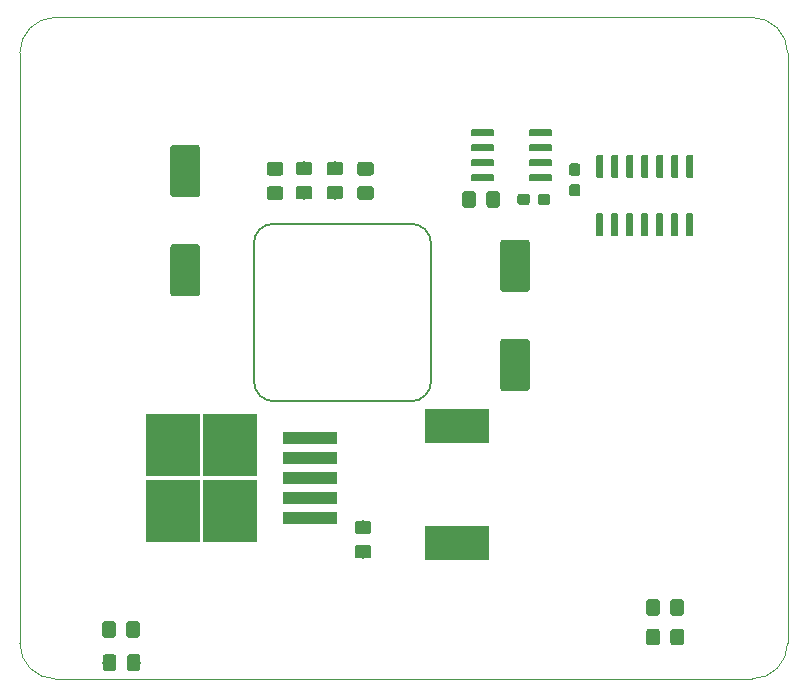
<source format=gbr>
G04 #@! TF.GenerationSoftware,KiCad,Pcbnew,(5.1.2)-1*
G04 #@! TF.CreationDate,2019-08-04T20:48:43+02:00*
G04 #@! TF.ProjectId,SMPS hat,534d5053-2068-4617-942e-6b696361645f,rev?*
G04 #@! TF.SameCoordinates,Original*
G04 #@! TF.FileFunction,Paste,Top*
G04 #@! TF.FilePolarity,Positive*
%FSLAX46Y46*%
G04 Gerber Fmt 4.6, Leading zero omitted, Abs format (unit mm)*
G04 Created by KiCad (PCBNEW (5.1.2)-1) date 2019-08-04 20:48:43*
%MOMM*%
%LPD*%
G04 APERTURE LIST*
%ADD10C,0.150000*%
%ADD11C,0.100000*%
%ADD12C,0.600000*%
%ADD13R,4.550000X5.250000*%
%ADD14R,4.600000X1.100000*%
%ADD15C,1.150000*%
%ADD16R,5.400000X2.900000*%
%ADD17C,2.500000*%
%ADD18C,0.950000*%
G04 APERTURE END LIST*
D10*
X100101383Y-93318831D02*
G75*
G02X98374200Y-91643200I-50783J1675631D01*
G01*
X113359431Y-91592417D02*
G75*
G02X111683800Y-93319600I-1675631J-50783D01*
G01*
X111633017Y-78283569D02*
G75*
G02X113360200Y-79959200I50783J-1675631D01*
G01*
X98349569Y-80009983D02*
G75*
G02X100025200Y-78282800I1675631J50783D01*
G01*
X98374200Y-91643200D02*
X98349569Y-80009983D01*
X111683800Y-93319600D02*
X100101383Y-93318831D01*
X113360200Y-79959200D02*
X113359431Y-91592417D01*
X100025200Y-78282800D02*
X111633017Y-78283569D01*
D11*
X78546357Y-63830200D02*
X78546356Y-113817611D01*
X78546357Y-63830200D02*
G75*
G02X81534000Y-60817611I2999999J12589D01*
G01*
X140546356Y-60817611D02*
X81534000Y-60817611D01*
X140546356Y-60817611D02*
G75*
G02X143546356Y-63817611I0J-3000000D01*
G01*
X143546351Y-113822847D02*
X143546356Y-63817611D01*
X81546356Y-116817611D02*
G75*
G02X78546356Y-113817611I0J3000000D01*
G01*
X81546356Y-116817611D02*
X140546356Y-116817611D01*
X143546351Y-113822847D02*
G75*
G02X140546356Y-116817611I-2999995J5236D01*
G01*
G36*
X127817483Y-72456082D02*
G01*
X127832044Y-72458242D01*
X127846323Y-72461819D01*
X127860183Y-72466778D01*
X127873490Y-72473072D01*
X127886116Y-72480640D01*
X127897939Y-72489408D01*
X127908846Y-72499294D01*
X127918732Y-72510201D01*
X127927500Y-72522024D01*
X127935068Y-72534650D01*
X127941362Y-72547957D01*
X127946321Y-72561817D01*
X127949898Y-72576096D01*
X127952058Y-72590657D01*
X127952780Y-72605360D01*
X127952780Y-74255360D01*
X127952058Y-74270063D01*
X127949898Y-74284624D01*
X127946321Y-74298903D01*
X127941362Y-74312763D01*
X127935068Y-74326070D01*
X127927500Y-74338696D01*
X127918732Y-74350519D01*
X127908846Y-74361426D01*
X127897939Y-74371312D01*
X127886116Y-74380080D01*
X127873490Y-74387648D01*
X127860183Y-74393942D01*
X127846323Y-74398901D01*
X127832044Y-74402478D01*
X127817483Y-74404638D01*
X127802780Y-74405360D01*
X127502780Y-74405360D01*
X127488077Y-74404638D01*
X127473516Y-74402478D01*
X127459237Y-74398901D01*
X127445377Y-74393942D01*
X127432070Y-74387648D01*
X127419444Y-74380080D01*
X127407621Y-74371312D01*
X127396714Y-74361426D01*
X127386828Y-74350519D01*
X127378060Y-74338696D01*
X127370492Y-74326070D01*
X127364198Y-74312763D01*
X127359239Y-74298903D01*
X127355662Y-74284624D01*
X127353502Y-74270063D01*
X127352780Y-74255360D01*
X127352780Y-72605360D01*
X127353502Y-72590657D01*
X127355662Y-72576096D01*
X127359239Y-72561817D01*
X127364198Y-72547957D01*
X127370492Y-72534650D01*
X127378060Y-72522024D01*
X127386828Y-72510201D01*
X127396714Y-72499294D01*
X127407621Y-72489408D01*
X127419444Y-72480640D01*
X127432070Y-72473072D01*
X127445377Y-72466778D01*
X127459237Y-72461819D01*
X127473516Y-72458242D01*
X127488077Y-72456082D01*
X127502780Y-72455360D01*
X127802780Y-72455360D01*
X127817483Y-72456082D01*
X127817483Y-72456082D01*
G37*
D12*
X127652780Y-73430360D03*
D11*
G36*
X129087483Y-72456082D02*
G01*
X129102044Y-72458242D01*
X129116323Y-72461819D01*
X129130183Y-72466778D01*
X129143490Y-72473072D01*
X129156116Y-72480640D01*
X129167939Y-72489408D01*
X129178846Y-72499294D01*
X129188732Y-72510201D01*
X129197500Y-72522024D01*
X129205068Y-72534650D01*
X129211362Y-72547957D01*
X129216321Y-72561817D01*
X129219898Y-72576096D01*
X129222058Y-72590657D01*
X129222780Y-72605360D01*
X129222780Y-74255360D01*
X129222058Y-74270063D01*
X129219898Y-74284624D01*
X129216321Y-74298903D01*
X129211362Y-74312763D01*
X129205068Y-74326070D01*
X129197500Y-74338696D01*
X129188732Y-74350519D01*
X129178846Y-74361426D01*
X129167939Y-74371312D01*
X129156116Y-74380080D01*
X129143490Y-74387648D01*
X129130183Y-74393942D01*
X129116323Y-74398901D01*
X129102044Y-74402478D01*
X129087483Y-74404638D01*
X129072780Y-74405360D01*
X128772780Y-74405360D01*
X128758077Y-74404638D01*
X128743516Y-74402478D01*
X128729237Y-74398901D01*
X128715377Y-74393942D01*
X128702070Y-74387648D01*
X128689444Y-74380080D01*
X128677621Y-74371312D01*
X128666714Y-74361426D01*
X128656828Y-74350519D01*
X128648060Y-74338696D01*
X128640492Y-74326070D01*
X128634198Y-74312763D01*
X128629239Y-74298903D01*
X128625662Y-74284624D01*
X128623502Y-74270063D01*
X128622780Y-74255360D01*
X128622780Y-72605360D01*
X128623502Y-72590657D01*
X128625662Y-72576096D01*
X128629239Y-72561817D01*
X128634198Y-72547957D01*
X128640492Y-72534650D01*
X128648060Y-72522024D01*
X128656828Y-72510201D01*
X128666714Y-72499294D01*
X128677621Y-72489408D01*
X128689444Y-72480640D01*
X128702070Y-72473072D01*
X128715377Y-72466778D01*
X128729237Y-72461819D01*
X128743516Y-72458242D01*
X128758077Y-72456082D01*
X128772780Y-72455360D01*
X129072780Y-72455360D01*
X129087483Y-72456082D01*
X129087483Y-72456082D01*
G37*
D12*
X128922780Y-73430360D03*
D11*
G36*
X130357483Y-72456082D02*
G01*
X130372044Y-72458242D01*
X130386323Y-72461819D01*
X130400183Y-72466778D01*
X130413490Y-72473072D01*
X130426116Y-72480640D01*
X130437939Y-72489408D01*
X130448846Y-72499294D01*
X130458732Y-72510201D01*
X130467500Y-72522024D01*
X130475068Y-72534650D01*
X130481362Y-72547957D01*
X130486321Y-72561817D01*
X130489898Y-72576096D01*
X130492058Y-72590657D01*
X130492780Y-72605360D01*
X130492780Y-74255360D01*
X130492058Y-74270063D01*
X130489898Y-74284624D01*
X130486321Y-74298903D01*
X130481362Y-74312763D01*
X130475068Y-74326070D01*
X130467500Y-74338696D01*
X130458732Y-74350519D01*
X130448846Y-74361426D01*
X130437939Y-74371312D01*
X130426116Y-74380080D01*
X130413490Y-74387648D01*
X130400183Y-74393942D01*
X130386323Y-74398901D01*
X130372044Y-74402478D01*
X130357483Y-74404638D01*
X130342780Y-74405360D01*
X130042780Y-74405360D01*
X130028077Y-74404638D01*
X130013516Y-74402478D01*
X129999237Y-74398901D01*
X129985377Y-74393942D01*
X129972070Y-74387648D01*
X129959444Y-74380080D01*
X129947621Y-74371312D01*
X129936714Y-74361426D01*
X129926828Y-74350519D01*
X129918060Y-74338696D01*
X129910492Y-74326070D01*
X129904198Y-74312763D01*
X129899239Y-74298903D01*
X129895662Y-74284624D01*
X129893502Y-74270063D01*
X129892780Y-74255360D01*
X129892780Y-72605360D01*
X129893502Y-72590657D01*
X129895662Y-72576096D01*
X129899239Y-72561817D01*
X129904198Y-72547957D01*
X129910492Y-72534650D01*
X129918060Y-72522024D01*
X129926828Y-72510201D01*
X129936714Y-72499294D01*
X129947621Y-72489408D01*
X129959444Y-72480640D01*
X129972070Y-72473072D01*
X129985377Y-72466778D01*
X129999237Y-72461819D01*
X130013516Y-72458242D01*
X130028077Y-72456082D01*
X130042780Y-72455360D01*
X130342780Y-72455360D01*
X130357483Y-72456082D01*
X130357483Y-72456082D01*
G37*
D12*
X130192780Y-73430360D03*
D11*
G36*
X131627483Y-72456082D02*
G01*
X131642044Y-72458242D01*
X131656323Y-72461819D01*
X131670183Y-72466778D01*
X131683490Y-72473072D01*
X131696116Y-72480640D01*
X131707939Y-72489408D01*
X131718846Y-72499294D01*
X131728732Y-72510201D01*
X131737500Y-72522024D01*
X131745068Y-72534650D01*
X131751362Y-72547957D01*
X131756321Y-72561817D01*
X131759898Y-72576096D01*
X131762058Y-72590657D01*
X131762780Y-72605360D01*
X131762780Y-74255360D01*
X131762058Y-74270063D01*
X131759898Y-74284624D01*
X131756321Y-74298903D01*
X131751362Y-74312763D01*
X131745068Y-74326070D01*
X131737500Y-74338696D01*
X131728732Y-74350519D01*
X131718846Y-74361426D01*
X131707939Y-74371312D01*
X131696116Y-74380080D01*
X131683490Y-74387648D01*
X131670183Y-74393942D01*
X131656323Y-74398901D01*
X131642044Y-74402478D01*
X131627483Y-74404638D01*
X131612780Y-74405360D01*
X131312780Y-74405360D01*
X131298077Y-74404638D01*
X131283516Y-74402478D01*
X131269237Y-74398901D01*
X131255377Y-74393942D01*
X131242070Y-74387648D01*
X131229444Y-74380080D01*
X131217621Y-74371312D01*
X131206714Y-74361426D01*
X131196828Y-74350519D01*
X131188060Y-74338696D01*
X131180492Y-74326070D01*
X131174198Y-74312763D01*
X131169239Y-74298903D01*
X131165662Y-74284624D01*
X131163502Y-74270063D01*
X131162780Y-74255360D01*
X131162780Y-72605360D01*
X131163502Y-72590657D01*
X131165662Y-72576096D01*
X131169239Y-72561817D01*
X131174198Y-72547957D01*
X131180492Y-72534650D01*
X131188060Y-72522024D01*
X131196828Y-72510201D01*
X131206714Y-72499294D01*
X131217621Y-72489408D01*
X131229444Y-72480640D01*
X131242070Y-72473072D01*
X131255377Y-72466778D01*
X131269237Y-72461819D01*
X131283516Y-72458242D01*
X131298077Y-72456082D01*
X131312780Y-72455360D01*
X131612780Y-72455360D01*
X131627483Y-72456082D01*
X131627483Y-72456082D01*
G37*
D12*
X131462780Y-73430360D03*
D11*
G36*
X132897483Y-72456082D02*
G01*
X132912044Y-72458242D01*
X132926323Y-72461819D01*
X132940183Y-72466778D01*
X132953490Y-72473072D01*
X132966116Y-72480640D01*
X132977939Y-72489408D01*
X132988846Y-72499294D01*
X132998732Y-72510201D01*
X133007500Y-72522024D01*
X133015068Y-72534650D01*
X133021362Y-72547957D01*
X133026321Y-72561817D01*
X133029898Y-72576096D01*
X133032058Y-72590657D01*
X133032780Y-72605360D01*
X133032780Y-74255360D01*
X133032058Y-74270063D01*
X133029898Y-74284624D01*
X133026321Y-74298903D01*
X133021362Y-74312763D01*
X133015068Y-74326070D01*
X133007500Y-74338696D01*
X132998732Y-74350519D01*
X132988846Y-74361426D01*
X132977939Y-74371312D01*
X132966116Y-74380080D01*
X132953490Y-74387648D01*
X132940183Y-74393942D01*
X132926323Y-74398901D01*
X132912044Y-74402478D01*
X132897483Y-74404638D01*
X132882780Y-74405360D01*
X132582780Y-74405360D01*
X132568077Y-74404638D01*
X132553516Y-74402478D01*
X132539237Y-74398901D01*
X132525377Y-74393942D01*
X132512070Y-74387648D01*
X132499444Y-74380080D01*
X132487621Y-74371312D01*
X132476714Y-74361426D01*
X132466828Y-74350519D01*
X132458060Y-74338696D01*
X132450492Y-74326070D01*
X132444198Y-74312763D01*
X132439239Y-74298903D01*
X132435662Y-74284624D01*
X132433502Y-74270063D01*
X132432780Y-74255360D01*
X132432780Y-72605360D01*
X132433502Y-72590657D01*
X132435662Y-72576096D01*
X132439239Y-72561817D01*
X132444198Y-72547957D01*
X132450492Y-72534650D01*
X132458060Y-72522024D01*
X132466828Y-72510201D01*
X132476714Y-72499294D01*
X132487621Y-72489408D01*
X132499444Y-72480640D01*
X132512070Y-72473072D01*
X132525377Y-72466778D01*
X132539237Y-72461819D01*
X132553516Y-72458242D01*
X132568077Y-72456082D01*
X132582780Y-72455360D01*
X132882780Y-72455360D01*
X132897483Y-72456082D01*
X132897483Y-72456082D01*
G37*
D12*
X132732780Y-73430360D03*
D11*
G36*
X134167483Y-72456082D02*
G01*
X134182044Y-72458242D01*
X134196323Y-72461819D01*
X134210183Y-72466778D01*
X134223490Y-72473072D01*
X134236116Y-72480640D01*
X134247939Y-72489408D01*
X134258846Y-72499294D01*
X134268732Y-72510201D01*
X134277500Y-72522024D01*
X134285068Y-72534650D01*
X134291362Y-72547957D01*
X134296321Y-72561817D01*
X134299898Y-72576096D01*
X134302058Y-72590657D01*
X134302780Y-72605360D01*
X134302780Y-74255360D01*
X134302058Y-74270063D01*
X134299898Y-74284624D01*
X134296321Y-74298903D01*
X134291362Y-74312763D01*
X134285068Y-74326070D01*
X134277500Y-74338696D01*
X134268732Y-74350519D01*
X134258846Y-74361426D01*
X134247939Y-74371312D01*
X134236116Y-74380080D01*
X134223490Y-74387648D01*
X134210183Y-74393942D01*
X134196323Y-74398901D01*
X134182044Y-74402478D01*
X134167483Y-74404638D01*
X134152780Y-74405360D01*
X133852780Y-74405360D01*
X133838077Y-74404638D01*
X133823516Y-74402478D01*
X133809237Y-74398901D01*
X133795377Y-74393942D01*
X133782070Y-74387648D01*
X133769444Y-74380080D01*
X133757621Y-74371312D01*
X133746714Y-74361426D01*
X133736828Y-74350519D01*
X133728060Y-74338696D01*
X133720492Y-74326070D01*
X133714198Y-74312763D01*
X133709239Y-74298903D01*
X133705662Y-74284624D01*
X133703502Y-74270063D01*
X133702780Y-74255360D01*
X133702780Y-72605360D01*
X133703502Y-72590657D01*
X133705662Y-72576096D01*
X133709239Y-72561817D01*
X133714198Y-72547957D01*
X133720492Y-72534650D01*
X133728060Y-72522024D01*
X133736828Y-72510201D01*
X133746714Y-72499294D01*
X133757621Y-72489408D01*
X133769444Y-72480640D01*
X133782070Y-72473072D01*
X133795377Y-72466778D01*
X133809237Y-72461819D01*
X133823516Y-72458242D01*
X133838077Y-72456082D01*
X133852780Y-72455360D01*
X134152780Y-72455360D01*
X134167483Y-72456082D01*
X134167483Y-72456082D01*
G37*
D12*
X134002780Y-73430360D03*
D11*
G36*
X135437483Y-72456082D02*
G01*
X135452044Y-72458242D01*
X135466323Y-72461819D01*
X135480183Y-72466778D01*
X135493490Y-72473072D01*
X135506116Y-72480640D01*
X135517939Y-72489408D01*
X135528846Y-72499294D01*
X135538732Y-72510201D01*
X135547500Y-72522024D01*
X135555068Y-72534650D01*
X135561362Y-72547957D01*
X135566321Y-72561817D01*
X135569898Y-72576096D01*
X135572058Y-72590657D01*
X135572780Y-72605360D01*
X135572780Y-74255360D01*
X135572058Y-74270063D01*
X135569898Y-74284624D01*
X135566321Y-74298903D01*
X135561362Y-74312763D01*
X135555068Y-74326070D01*
X135547500Y-74338696D01*
X135538732Y-74350519D01*
X135528846Y-74361426D01*
X135517939Y-74371312D01*
X135506116Y-74380080D01*
X135493490Y-74387648D01*
X135480183Y-74393942D01*
X135466323Y-74398901D01*
X135452044Y-74402478D01*
X135437483Y-74404638D01*
X135422780Y-74405360D01*
X135122780Y-74405360D01*
X135108077Y-74404638D01*
X135093516Y-74402478D01*
X135079237Y-74398901D01*
X135065377Y-74393942D01*
X135052070Y-74387648D01*
X135039444Y-74380080D01*
X135027621Y-74371312D01*
X135016714Y-74361426D01*
X135006828Y-74350519D01*
X134998060Y-74338696D01*
X134990492Y-74326070D01*
X134984198Y-74312763D01*
X134979239Y-74298903D01*
X134975662Y-74284624D01*
X134973502Y-74270063D01*
X134972780Y-74255360D01*
X134972780Y-72605360D01*
X134973502Y-72590657D01*
X134975662Y-72576096D01*
X134979239Y-72561817D01*
X134984198Y-72547957D01*
X134990492Y-72534650D01*
X134998060Y-72522024D01*
X135006828Y-72510201D01*
X135016714Y-72499294D01*
X135027621Y-72489408D01*
X135039444Y-72480640D01*
X135052070Y-72473072D01*
X135065377Y-72466778D01*
X135079237Y-72461819D01*
X135093516Y-72458242D01*
X135108077Y-72456082D01*
X135122780Y-72455360D01*
X135422780Y-72455360D01*
X135437483Y-72456082D01*
X135437483Y-72456082D01*
G37*
D12*
X135272780Y-73430360D03*
D11*
G36*
X135437483Y-77406082D02*
G01*
X135452044Y-77408242D01*
X135466323Y-77411819D01*
X135480183Y-77416778D01*
X135493490Y-77423072D01*
X135506116Y-77430640D01*
X135517939Y-77439408D01*
X135528846Y-77449294D01*
X135538732Y-77460201D01*
X135547500Y-77472024D01*
X135555068Y-77484650D01*
X135561362Y-77497957D01*
X135566321Y-77511817D01*
X135569898Y-77526096D01*
X135572058Y-77540657D01*
X135572780Y-77555360D01*
X135572780Y-79205360D01*
X135572058Y-79220063D01*
X135569898Y-79234624D01*
X135566321Y-79248903D01*
X135561362Y-79262763D01*
X135555068Y-79276070D01*
X135547500Y-79288696D01*
X135538732Y-79300519D01*
X135528846Y-79311426D01*
X135517939Y-79321312D01*
X135506116Y-79330080D01*
X135493490Y-79337648D01*
X135480183Y-79343942D01*
X135466323Y-79348901D01*
X135452044Y-79352478D01*
X135437483Y-79354638D01*
X135422780Y-79355360D01*
X135122780Y-79355360D01*
X135108077Y-79354638D01*
X135093516Y-79352478D01*
X135079237Y-79348901D01*
X135065377Y-79343942D01*
X135052070Y-79337648D01*
X135039444Y-79330080D01*
X135027621Y-79321312D01*
X135016714Y-79311426D01*
X135006828Y-79300519D01*
X134998060Y-79288696D01*
X134990492Y-79276070D01*
X134984198Y-79262763D01*
X134979239Y-79248903D01*
X134975662Y-79234624D01*
X134973502Y-79220063D01*
X134972780Y-79205360D01*
X134972780Y-77555360D01*
X134973502Y-77540657D01*
X134975662Y-77526096D01*
X134979239Y-77511817D01*
X134984198Y-77497957D01*
X134990492Y-77484650D01*
X134998060Y-77472024D01*
X135006828Y-77460201D01*
X135016714Y-77449294D01*
X135027621Y-77439408D01*
X135039444Y-77430640D01*
X135052070Y-77423072D01*
X135065377Y-77416778D01*
X135079237Y-77411819D01*
X135093516Y-77408242D01*
X135108077Y-77406082D01*
X135122780Y-77405360D01*
X135422780Y-77405360D01*
X135437483Y-77406082D01*
X135437483Y-77406082D01*
G37*
D12*
X135272780Y-78380360D03*
D11*
G36*
X134167483Y-77406082D02*
G01*
X134182044Y-77408242D01*
X134196323Y-77411819D01*
X134210183Y-77416778D01*
X134223490Y-77423072D01*
X134236116Y-77430640D01*
X134247939Y-77439408D01*
X134258846Y-77449294D01*
X134268732Y-77460201D01*
X134277500Y-77472024D01*
X134285068Y-77484650D01*
X134291362Y-77497957D01*
X134296321Y-77511817D01*
X134299898Y-77526096D01*
X134302058Y-77540657D01*
X134302780Y-77555360D01*
X134302780Y-79205360D01*
X134302058Y-79220063D01*
X134299898Y-79234624D01*
X134296321Y-79248903D01*
X134291362Y-79262763D01*
X134285068Y-79276070D01*
X134277500Y-79288696D01*
X134268732Y-79300519D01*
X134258846Y-79311426D01*
X134247939Y-79321312D01*
X134236116Y-79330080D01*
X134223490Y-79337648D01*
X134210183Y-79343942D01*
X134196323Y-79348901D01*
X134182044Y-79352478D01*
X134167483Y-79354638D01*
X134152780Y-79355360D01*
X133852780Y-79355360D01*
X133838077Y-79354638D01*
X133823516Y-79352478D01*
X133809237Y-79348901D01*
X133795377Y-79343942D01*
X133782070Y-79337648D01*
X133769444Y-79330080D01*
X133757621Y-79321312D01*
X133746714Y-79311426D01*
X133736828Y-79300519D01*
X133728060Y-79288696D01*
X133720492Y-79276070D01*
X133714198Y-79262763D01*
X133709239Y-79248903D01*
X133705662Y-79234624D01*
X133703502Y-79220063D01*
X133702780Y-79205360D01*
X133702780Y-77555360D01*
X133703502Y-77540657D01*
X133705662Y-77526096D01*
X133709239Y-77511817D01*
X133714198Y-77497957D01*
X133720492Y-77484650D01*
X133728060Y-77472024D01*
X133736828Y-77460201D01*
X133746714Y-77449294D01*
X133757621Y-77439408D01*
X133769444Y-77430640D01*
X133782070Y-77423072D01*
X133795377Y-77416778D01*
X133809237Y-77411819D01*
X133823516Y-77408242D01*
X133838077Y-77406082D01*
X133852780Y-77405360D01*
X134152780Y-77405360D01*
X134167483Y-77406082D01*
X134167483Y-77406082D01*
G37*
D12*
X134002780Y-78380360D03*
D11*
G36*
X132897483Y-77406082D02*
G01*
X132912044Y-77408242D01*
X132926323Y-77411819D01*
X132940183Y-77416778D01*
X132953490Y-77423072D01*
X132966116Y-77430640D01*
X132977939Y-77439408D01*
X132988846Y-77449294D01*
X132998732Y-77460201D01*
X133007500Y-77472024D01*
X133015068Y-77484650D01*
X133021362Y-77497957D01*
X133026321Y-77511817D01*
X133029898Y-77526096D01*
X133032058Y-77540657D01*
X133032780Y-77555360D01*
X133032780Y-79205360D01*
X133032058Y-79220063D01*
X133029898Y-79234624D01*
X133026321Y-79248903D01*
X133021362Y-79262763D01*
X133015068Y-79276070D01*
X133007500Y-79288696D01*
X132998732Y-79300519D01*
X132988846Y-79311426D01*
X132977939Y-79321312D01*
X132966116Y-79330080D01*
X132953490Y-79337648D01*
X132940183Y-79343942D01*
X132926323Y-79348901D01*
X132912044Y-79352478D01*
X132897483Y-79354638D01*
X132882780Y-79355360D01*
X132582780Y-79355360D01*
X132568077Y-79354638D01*
X132553516Y-79352478D01*
X132539237Y-79348901D01*
X132525377Y-79343942D01*
X132512070Y-79337648D01*
X132499444Y-79330080D01*
X132487621Y-79321312D01*
X132476714Y-79311426D01*
X132466828Y-79300519D01*
X132458060Y-79288696D01*
X132450492Y-79276070D01*
X132444198Y-79262763D01*
X132439239Y-79248903D01*
X132435662Y-79234624D01*
X132433502Y-79220063D01*
X132432780Y-79205360D01*
X132432780Y-77555360D01*
X132433502Y-77540657D01*
X132435662Y-77526096D01*
X132439239Y-77511817D01*
X132444198Y-77497957D01*
X132450492Y-77484650D01*
X132458060Y-77472024D01*
X132466828Y-77460201D01*
X132476714Y-77449294D01*
X132487621Y-77439408D01*
X132499444Y-77430640D01*
X132512070Y-77423072D01*
X132525377Y-77416778D01*
X132539237Y-77411819D01*
X132553516Y-77408242D01*
X132568077Y-77406082D01*
X132582780Y-77405360D01*
X132882780Y-77405360D01*
X132897483Y-77406082D01*
X132897483Y-77406082D01*
G37*
D12*
X132732780Y-78380360D03*
D11*
G36*
X131627483Y-77406082D02*
G01*
X131642044Y-77408242D01*
X131656323Y-77411819D01*
X131670183Y-77416778D01*
X131683490Y-77423072D01*
X131696116Y-77430640D01*
X131707939Y-77439408D01*
X131718846Y-77449294D01*
X131728732Y-77460201D01*
X131737500Y-77472024D01*
X131745068Y-77484650D01*
X131751362Y-77497957D01*
X131756321Y-77511817D01*
X131759898Y-77526096D01*
X131762058Y-77540657D01*
X131762780Y-77555360D01*
X131762780Y-79205360D01*
X131762058Y-79220063D01*
X131759898Y-79234624D01*
X131756321Y-79248903D01*
X131751362Y-79262763D01*
X131745068Y-79276070D01*
X131737500Y-79288696D01*
X131728732Y-79300519D01*
X131718846Y-79311426D01*
X131707939Y-79321312D01*
X131696116Y-79330080D01*
X131683490Y-79337648D01*
X131670183Y-79343942D01*
X131656323Y-79348901D01*
X131642044Y-79352478D01*
X131627483Y-79354638D01*
X131612780Y-79355360D01*
X131312780Y-79355360D01*
X131298077Y-79354638D01*
X131283516Y-79352478D01*
X131269237Y-79348901D01*
X131255377Y-79343942D01*
X131242070Y-79337648D01*
X131229444Y-79330080D01*
X131217621Y-79321312D01*
X131206714Y-79311426D01*
X131196828Y-79300519D01*
X131188060Y-79288696D01*
X131180492Y-79276070D01*
X131174198Y-79262763D01*
X131169239Y-79248903D01*
X131165662Y-79234624D01*
X131163502Y-79220063D01*
X131162780Y-79205360D01*
X131162780Y-77555360D01*
X131163502Y-77540657D01*
X131165662Y-77526096D01*
X131169239Y-77511817D01*
X131174198Y-77497957D01*
X131180492Y-77484650D01*
X131188060Y-77472024D01*
X131196828Y-77460201D01*
X131206714Y-77449294D01*
X131217621Y-77439408D01*
X131229444Y-77430640D01*
X131242070Y-77423072D01*
X131255377Y-77416778D01*
X131269237Y-77411819D01*
X131283516Y-77408242D01*
X131298077Y-77406082D01*
X131312780Y-77405360D01*
X131612780Y-77405360D01*
X131627483Y-77406082D01*
X131627483Y-77406082D01*
G37*
D12*
X131462780Y-78380360D03*
D11*
G36*
X130357483Y-77406082D02*
G01*
X130372044Y-77408242D01*
X130386323Y-77411819D01*
X130400183Y-77416778D01*
X130413490Y-77423072D01*
X130426116Y-77430640D01*
X130437939Y-77439408D01*
X130448846Y-77449294D01*
X130458732Y-77460201D01*
X130467500Y-77472024D01*
X130475068Y-77484650D01*
X130481362Y-77497957D01*
X130486321Y-77511817D01*
X130489898Y-77526096D01*
X130492058Y-77540657D01*
X130492780Y-77555360D01*
X130492780Y-79205360D01*
X130492058Y-79220063D01*
X130489898Y-79234624D01*
X130486321Y-79248903D01*
X130481362Y-79262763D01*
X130475068Y-79276070D01*
X130467500Y-79288696D01*
X130458732Y-79300519D01*
X130448846Y-79311426D01*
X130437939Y-79321312D01*
X130426116Y-79330080D01*
X130413490Y-79337648D01*
X130400183Y-79343942D01*
X130386323Y-79348901D01*
X130372044Y-79352478D01*
X130357483Y-79354638D01*
X130342780Y-79355360D01*
X130042780Y-79355360D01*
X130028077Y-79354638D01*
X130013516Y-79352478D01*
X129999237Y-79348901D01*
X129985377Y-79343942D01*
X129972070Y-79337648D01*
X129959444Y-79330080D01*
X129947621Y-79321312D01*
X129936714Y-79311426D01*
X129926828Y-79300519D01*
X129918060Y-79288696D01*
X129910492Y-79276070D01*
X129904198Y-79262763D01*
X129899239Y-79248903D01*
X129895662Y-79234624D01*
X129893502Y-79220063D01*
X129892780Y-79205360D01*
X129892780Y-77555360D01*
X129893502Y-77540657D01*
X129895662Y-77526096D01*
X129899239Y-77511817D01*
X129904198Y-77497957D01*
X129910492Y-77484650D01*
X129918060Y-77472024D01*
X129926828Y-77460201D01*
X129936714Y-77449294D01*
X129947621Y-77439408D01*
X129959444Y-77430640D01*
X129972070Y-77423072D01*
X129985377Y-77416778D01*
X129999237Y-77411819D01*
X130013516Y-77408242D01*
X130028077Y-77406082D01*
X130042780Y-77405360D01*
X130342780Y-77405360D01*
X130357483Y-77406082D01*
X130357483Y-77406082D01*
G37*
D12*
X130192780Y-78380360D03*
D11*
G36*
X129087483Y-77406082D02*
G01*
X129102044Y-77408242D01*
X129116323Y-77411819D01*
X129130183Y-77416778D01*
X129143490Y-77423072D01*
X129156116Y-77430640D01*
X129167939Y-77439408D01*
X129178846Y-77449294D01*
X129188732Y-77460201D01*
X129197500Y-77472024D01*
X129205068Y-77484650D01*
X129211362Y-77497957D01*
X129216321Y-77511817D01*
X129219898Y-77526096D01*
X129222058Y-77540657D01*
X129222780Y-77555360D01*
X129222780Y-79205360D01*
X129222058Y-79220063D01*
X129219898Y-79234624D01*
X129216321Y-79248903D01*
X129211362Y-79262763D01*
X129205068Y-79276070D01*
X129197500Y-79288696D01*
X129188732Y-79300519D01*
X129178846Y-79311426D01*
X129167939Y-79321312D01*
X129156116Y-79330080D01*
X129143490Y-79337648D01*
X129130183Y-79343942D01*
X129116323Y-79348901D01*
X129102044Y-79352478D01*
X129087483Y-79354638D01*
X129072780Y-79355360D01*
X128772780Y-79355360D01*
X128758077Y-79354638D01*
X128743516Y-79352478D01*
X128729237Y-79348901D01*
X128715377Y-79343942D01*
X128702070Y-79337648D01*
X128689444Y-79330080D01*
X128677621Y-79321312D01*
X128666714Y-79311426D01*
X128656828Y-79300519D01*
X128648060Y-79288696D01*
X128640492Y-79276070D01*
X128634198Y-79262763D01*
X128629239Y-79248903D01*
X128625662Y-79234624D01*
X128623502Y-79220063D01*
X128622780Y-79205360D01*
X128622780Y-77555360D01*
X128623502Y-77540657D01*
X128625662Y-77526096D01*
X128629239Y-77511817D01*
X128634198Y-77497957D01*
X128640492Y-77484650D01*
X128648060Y-77472024D01*
X128656828Y-77460201D01*
X128666714Y-77449294D01*
X128677621Y-77439408D01*
X128689444Y-77430640D01*
X128702070Y-77423072D01*
X128715377Y-77416778D01*
X128729237Y-77411819D01*
X128743516Y-77408242D01*
X128758077Y-77406082D01*
X128772780Y-77405360D01*
X129072780Y-77405360D01*
X129087483Y-77406082D01*
X129087483Y-77406082D01*
G37*
D12*
X128922780Y-78380360D03*
D11*
G36*
X127817483Y-77406082D02*
G01*
X127832044Y-77408242D01*
X127846323Y-77411819D01*
X127860183Y-77416778D01*
X127873490Y-77423072D01*
X127886116Y-77430640D01*
X127897939Y-77439408D01*
X127908846Y-77449294D01*
X127918732Y-77460201D01*
X127927500Y-77472024D01*
X127935068Y-77484650D01*
X127941362Y-77497957D01*
X127946321Y-77511817D01*
X127949898Y-77526096D01*
X127952058Y-77540657D01*
X127952780Y-77555360D01*
X127952780Y-79205360D01*
X127952058Y-79220063D01*
X127949898Y-79234624D01*
X127946321Y-79248903D01*
X127941362Y-79262763D01*
X127935068Y-79276070D01*
X127927500Y-79288696D01*
X127918732Y-79300519D01*
X127908846Y-79311426D01*
X127897939Y-79321312D01*
X127886116Y-79330080D01*
X127873490Y-79337648D01*
X127860183Y-79343942D01*
X127846323Y-79348901D01*
X127832044Y-79352478D01*
X127817483Y-79354638D01*
X127802780Y-79355360D01*
X127502780Y-79355360D01*
X127488077Y-79354638D01*
X127473516Y-79352478D01*
X127459237Y-79348901D01*
X127445377Y-79343942D01*
X127432070Y-79337648D01*
X127419444Y-79330080D01*
X127407621Y-79321312D01*
X127396714Y-79311426D01*
X127386828Y-79300519D01*
X127378060Y-79288696D01*
X127370492Y-79276070D01*
X127364198Y-79262763D01*
X127359239Y-79248903D01*
X127355662Y-79234624D01*
X127353502Y-79220063D01*
X127352780Y-79205360D01*
X127352780Y-77555360D01*
X127353502Y-77540657D01*
X127355662Y-77526096D01*
X127359239Y-77511817D01*
X127364198Y-77497957D01*
X127370492Y-77484650D01*
X127378060Y-77472024D01*
X127386828Y-77460201D01*
X127396714Y-77449294D01*
X127407621Y-77439408D01*
X127419444Y-77430640D01*
X127432070Y-77423072D01*
X127445377Y-77416778D01*
X127459237Y-77411819D01*
X127473516Y-77408242D01*
X127488077Y-77406082D01*
X127502780Y-77405360D01*
X127802780Y-77405360D01*
X127817483Y-77406082D01*
X127817483Y-77406082D01*
G37*
D12*
X127652780Y-78380360D03*
D11*
G36*
X123489723Y-70297482D02*
G01*
X123504284Y-70299642D01*
X123518563Y-70303219D01*
X123532423Y-70308178D01*
X123545730Y-70314472D01*
X123558356Y-70322040D01*
X123570179Y-70330808D01*
X123581086Y-70340694D01*
X123590972Y-70351601D01*
X123599740Y-70363424D01*
X123607308Y-70376050D01*
X123613602Y-70389357D01*
X123618561Y-70403217D01*
X123622138Y-70417496D01*
X123624298Y-70432057D01*
X123625020Y-70446760D01*
X123625020Y-70746760D01*
X123624298Y-70761463D01*
X123622138Y-70776024D01*
X123618561Y-70790303D01*
X123613602Y-70804163D01*
X123607308Y-70817470D01*
X123599740Y-70830096D01*
X123590972Y-70841919D01*
X123581086Y-70852826D01*
X123570179Y-70862712D01*
X123558356Y-70871480D01*
X123545730Y-70879048D01*
X123532423Y-70885342D01*
X123518563Y-70890301D01*
X123504284Y-70893878D01*
X123489723Y-70896038D01*
X123475020Y-70896760D01*
X121825020Y-70896760D01*
X121810317Y-70896038D01*
X121795756Y-70893878D01*
X121781477Y-70890301D01*
X121767617Y-70885342D01*
X121754310Y-70879048D01*
X121741684Y-70871480D01*
X121729861Y-70862712D01*
X121718954Y-70852826D01*
X121709068Y-70841919D01*
X121700300Y-70830096D01*
X121692732Y-70817470D01*
X121686438Y-70804163D01*
X121681479Y-70790303D01*
X121677902Y-70776024D01*
X121675742Y-70761463D01*
X121675020Y-70746760D01*
X121675020Y-70446760D01*
X121675742Y-70432057D01*
X121677902Y-70417496D01*
X121681479Y-70403217D01*
X121686438Y-70389357D01*
X121692732Y-70376050D01*
X121700300Y-70363424D01*
X121709068Y-70351601D01*
X121718954Y-70340694D01*
X121729861Y-70330808D01*
X121741684Y-70322040D01*
X121754310Y-70314472D01*
X121767617Y-70308178D01*
X121781477Y-70303219D01*
X121795756Y-70299642D01*
X121810317Y-70297482D01*
X121825020Y-70296760D01*
X123475020Y-70296760D01*
X123489723Y-70297482D01*
X123489723Y-70297482D01*
G37*
D12*
X122650020Y-70596760D03*
D11*
G36*
X123489723Y-71567482D02*
G01*
X123504284Y-71569642D01*
X123518563Y-71573219D01*
X123532423Y-71578178D01*
X123545730Y-71584472D01*
X123558356Y-71592040D01*
X123570179Y-71600808D01*
X123581086Y-71610694D01*
X123590972Y-71621601D01*
X123599740Y-71633424D01*
X123607308Y-71646050D01*
X123613602Y-71659357D01*
X123618561Y-71673217D01*
X123622138Y-71687496D01*
X123624298Y-71702057D01*
X123625020Y-71716760D01*
X123625020Y-72016760D01*
X123624298Y-72031463D01*
X123622138Y-72046024D01*
X123618561Y-72060303D01*
X123613602Y-72074163D01*
X123607308Y-72087470D01*
X123599740Y-72100096D01*
X123590972Y-72111919D01*
X123581086Y-72122826D01*
X123570179Y-72132712D01*
X123558356Y-72141480D01*
X123545730Y-72149048D01*
X123532423Y-72155342D01*
X123518563Y-72160301D01*
X123504284Y-72163878D01*
X123489723Y-72166038D01*
X123475020Y-72166760D01*
X121825020Y-72166760D01*
X121810317Y-72166038D01*
X121795756Y-72163878D01*
X121781477Y-72160301D01*
X121767617Y-72155342D01*
X121754310Y-72149048D01*
X121741684Y-72141480D01*
X121729861Y-72132712D01*
X121718954Y-72122826D01*
X121709068Y-72111919D01*
X121700300Y-72100096D01*
X121692732Y-72087470D01*
X121686438Y-72074163D01*
X121681479Y-72060303D01*
X121677902Y-72046024D01*
X121675742Y-72031463D01*
X121675020Y-72016760D01*
X121675020Y-71716760D01*
X121675742Y-71702057D01*
X121677902Y-71687496D01*
X121681479Y-71673217D01*
X121686438Y-71659357D01*
X121692732Y-71646050D01*
X121700300Y-71633424D01*
X121709068Y-71621601D01*
X121718954Y-71610694D01*
X121729861Y-71600808D01*
X121741684Y-71592040D01*
X121754310Y-71584472D01*
X121767617Y-71578178D01*
X121781477Y-71573219D01*
X121795756Y-71569642D01*
X121810317Y-71567482D01*
X121825020Y-71566760D01*
X123475020Y-71566760D01*
X123489723Y-71567482D01*
X123489723Y-71567482D01*
G37*
D12*
X122650020Y-71866760D03*
D11*
G36*
X123489723Y-72837482D02*
G01*
X123504284Y-72839642D01*
X123518563Y-72843219D01*
X123532423Y-72848178D01*
X123545730Y-72854472D01*
X123558356Y-72862040D01*
X123570179Y-72870808D01*
X123581086Y-72880694D01*
X123590972Y-72891601D01*
X123599740Y-72903424D01*
X123607308Y-72916050D01*
X123613602Y-72929357D01*
X123618561Y-72943217D01*
X123622138Y-72957496D01*
X123624298Y-72972057D01*
X123625020Y-72986760D01*
X123625020Y-73286760D01*
X123624298Y-73301463D01*
X123622138Y-73316024D01*
X123618561Y-73330303D01*
X123613602Y-73344163D01*
X123607308Y-73357470D01*
X123599740Y-73370096D01*
X123590972Y-73381919D01*
X123581086Y-73392826D01*
X123570179Y-73402712D01*
X123558356Y-73411480D01*
X123545730Y-73419048D01*
X123532423Y-73425342D01*
X123518563Y-73430301D01*
X123504284Y-73433878D01*
X123489723Y-73436038D01*
X123475020Y-73436760D01*
X121825020Y-73436760D01*
X121810317Y-73436038D01*
X121795756Y-73433878D01*
X121781477Y-73430301D01*
X121767617Y-73425342D01*
X121754310Y-73419048D01*
X121741684Y-73411480D01*
X121729861Y-73402712D01*
X121718954Y-73392826D01*
X121709068Y-73381919D01*
X121700300Y-73370096D01*
X121692732Y-73357470D01*
X121686438Y-73344163D01*
X121681479Y-73330303D01*
X121677902Y-73316024D01*
X121675742Y-73301463D01*
X121675020Y-73286760D01*
X121675020Y-72986760D01*
X121675742Y-72972057D01*
X121677902Y-72957496D01*
X121681479Y-72943217D01*
X121686438Y-72929357D01*
X121692732Y-72916050D01*
X121700300Y-72903424D01*
X121709068Y-72891601D01*
X121718954Y-72880694D01*
X121729861Y-72870808D01*
X121741684Y-72862040D01*
X121754310Y-72854472D01*
X121767617Y-72848178D01*
X121781477Y-72843219D01*
X121795756Y-72839642D01*
X121810317Y-72837482D01*
X121825020Y-72836760D01*
X123475020Y-72836760D01*
X123489723Y-72837482D01*
X123489723Y-72837482D01*
G37*
D12*
X122650020Y-73136760D03*
D11*
G36*
X123489723Y-74107482D02*
G01*
X123504284Y-74109642D01*
X123518563Y-74113219D01*
X123532423Y-74118178D01*
X123545730Y-74124472D01*
X123558356Y-74132040D01*
X123570179Y-74140808D01*
X123581086Y-74150694D01*
X123590972Y-74161601D01*
X123599740Y-74173424D01*
X123607308Y-74186050D01*
X123613602Y-74199357D01*
X123618561Y-74213217D01*
X123622138Y-74227496D01*
X123624298Y-74242057D01*
X123625020Y-74256760D01*
X123625020Y-74556760D01*
X123624298Y-74571463D01*
X123622138Y-74586024D01*
X123618561Y-74600303D01*
X123613602Y-74614163D01*
X123607308Y-74627470D01*
X123599740Y-74640096D01*
X123590972Y-74651919D01*
X123581086Y-74662826D01*
X123570179Y-74672712D01*
X123558356Y-74681480D01*
X123545730Y-74689048D01*
X123532423Y-74695342D01*
X123518563Y-74700301D01*
X123504284Y-74703878D01*
X123489723Y-74706038D01*
X123475020Y-74706760D01*
X121825020Y-74706760D01*
X121810317Y-74706038D01*
X121795756Y-74703878D01*
X121781477Y-74700301D01*
X121767617Y-74695342D01*
X121754310Y-74689048D01*
X121741684Y-74681480D01*
X121729861Y-74672712D01*
X121718954Y-74662826D01*
X121709068Y-74651919D01*
X121700300Y-74640096D01*
X121692732Y-74627470D01*
X121686438Y-74614163D01*
X121681479Y-74600303D01*
X121677902Y-74586024D01*
X121675742Y-74571463D01*
X121675020Y-74556760D01*
X121675020Y-74256760D01*
X121675742Y-74242057D01*
X121677902Y-74227496D01*
X121681479Y-74213217D01*
X121686438Y-74199357D01*
X121692732Y-74186050D01*
X121700300Y-74173424D01*
X121709068Y-74161601D01*
X121718954Y-74150694D01*
X121729861Y-74140808D01*
X121741684Y-74132040D01*
X121754310Y-74124472D01*
X121767617Y-74118178D01*
X121781477Y-74113219D01*
X121795756Y-74109642D01*
X121810317Y-74107482D01*
X121825020Y-74106760D01*
X123475020Y-74106760D01*
X123489723Y-74107482D01*
X123489723Y-74107482D01*
G37*
D12*
X122650020Y-74406760D03*
D11*
G36*
X118539723Y-74107482D02*
G01*
X118554284Y-74109642D01*
X118568563Y-74113219D01*
X118582423Y-74118178D01*
X118595730Y-74124472D01*
X118608356Y-74132040D01*
X118620179Y-74140808D01*
X118631086Y-74150694D01*
X118640972Y-74161601D01*
X118649740Y-74173424D01*
X118657308Y-74186050D01*
X118663602Y-74199357D01*
X118668561Y-74213217D01*
X118672138Y-74227496D01*
X118674298Y-74242057D01*
X118675020Y-74256760D01*
X118675020Y-74556760D01*
X118674298Y-74571463D01*
X118672138Y-74586024D01*
X118668561Y-74600303D01*
X118663602Y-74614163D01*
X118657308Y-74627470D01*
X118649740Y-74640096D01*
X118640972Y-74651919D01*
X118631086Y-74662826D01*
X118620179Y-74672712D01*
X118608356Y-74681480D01*
X118595730Y-74689048D01*
X118582423Y-74695342D01*
X118568563Y-74700301D01*
X118554284Y-74703878D01*
X118539723Y-74706038D01*
X118525020Y-74706760D01*
X116875020Y-74706760D01*
X116860317Y-74706038D01*
X116845756Y-74703878D01*
X116831477Y-74700301D01*
X116817617Y-74695342D01*
X116804310Y-74689048D01*
X116791684Y-74681480D01*
X116779861Y-74672712D01*
X116768954Y-74662826D01*
X116759068Y-74651919D01*
X116750300Y-74640096D01*
X116742732Y-74627470D01*
X116736438Y-74614163D01*
X116731479Y-74600303D01*
X116727902Y-74586024D01*
X116725742Y-74571463D01*
X116725020Y-74556760D01*
X116725020Y-74256760D01*
X116725742Y-74242057D01*
X116727902Y-74227496D01*
X116731479Y-74213217D01*
X116736438Y-74199357D01*
X116742732Y-74186050D01*
X116750300Y-74173424D01*
X116759068Y-74161601D01*
X116768954Y-74150694D01*
X116779861Y-74140808D01*
X116791684Y-74132040D01*
X116804310Y-74124472D01*
X116817617Y-74118178D01*
X116831477Y-74113219D01*
X116845756Y-74109642D01*
X116860317Y-74107482D01*
X116875020Y-74106760D01*
X118525020Y-74106760D01*
X118539723Y-74107482D01*
X118539723Y-74107482D01*
G37*
D12*
X117700020Y-74406760D03*
D11*
G36*
X118539723Y-72837482D02*
G01*
X118554284Y-72839642D01*
X118568563Y-72843219D01*
X118582423Y-72848178D01*
X118595730Y-72854472D01*
X118608356Y-72862040D01*
X118620179Y-72870808D01*
X118631086Y-72880694D01*
X118640972Y-72891601D01*
X118649740Y-72903424D01*
X118657308Y-72916050D01*
X118663602Y-72929357D01*
X118668561Y-72943217D01*
X118672138Y-72957496D01*
X118674298Y-72972057D01*
X118675020Y-72986760D01*
X118675020Y-73286760D01*
X118674298Y-73301463D01*
X118672138Y-73316024D01*
X118668561Y-73330303D01*
X118663602Y-73344163D01*
X118657308Y-73357470D01*
X118649740Y-73370096D01*
X118640972Y-73381919D01*
X118631086Y-73392826D01*
X118620179Y-73402712D01*
X118608356Y-73411480D01*
X118595730Y-73419048D01*
X118582423Y-73425342D01*
X118568563Y-73430301D01*
X118554284Y-73433878D01*
X118539723Y-73436038D01*
X118525020Y-73436760D01*
X116875020Y-73436760D01*
X116860317Y-73436038D01*
X116845756Y-73433878D01*
X116831477Y-73430301D01*
X116817617Y-73425342D01*
X116804310Y-73419048D01*
X116791684Y-73411480D01*
X116779861Y-73402712D01*
X116768954Y-73392826D01*
X116759068Y-73381919D01*
X116750300Y-73370096D01*
X116742732Y-73357470D01*
X116736438Y-73344163D01*
X116731479Y-73330303D01*
X116727902Y-73316024D01*
X116725742Y-73301463D01*
X116725020Y-73286760D01*
X116725020Y-72986760D01*
X116725742Y-72972057D01*
X116727902Y-72957496D01*
X116731479Y-72943217D01*
X116736438Y-72929357D01*
X116742732Y-72916050D01*
X116750300Y-72903424D01*
X116759068Y-72891601D01*
X116768954Y-72880694D01*
X116779861Y-72870808D01*
X116791684Y-72862040D01*
X116804310Y-72854472D01*
X116817617Y-72848178D01*
X116831477Y-72843219D01*
X116845756Y-72839642D01*
X116860317Y-72837482D01*
X116875020Y-72836760D01*
X118525020Y-72836760D01*
X118539723Y-72837482D01*
X118539723Y-72837482D01*
G37*
D12*
X117700020Y-73136760D03*
D11*
G36*
X118539723Y-71567482D02*
G01*
X118554284Y-71569642D01*
X118568563Y-71573219D01*
X118582423Y-71578178D01*
X118595730Y-71584472D01*
X118608356Y-71592040D01*
X118620179Y-71600808D01*
X118631086Y-71610694D01*
X118640972Y-71621601D01*
X118649740Y-71633424D01*
X118657308Y-71646050D01*
X118663602Y-71659357D01*
X118668561Y-71673217D01*
X118672138Y-71687496D01*
X118674298Y-71702057D01*
X118675020Y-71716760D01*
X118675020Y-72016760D01*
X118674298Y-72031463D01*
X118672138Y-72046024D01*
X118668561Y-72060303D01*
X118663602Y-72074163D01*
X118657308Y-72087470D01*
X118649740Y-72100096D01*
X118640972Y-72111919D01*
X118631086Y-72122826D01*
X118620179Y-72132712D01*
X118608356Y-72141480D01*
X118595730Y-72149048D01*
X118582423Y-72155342D01*
X118568563Y-72160301D01*
X118554284Y-72163878D01*
X118539723Y-72166038D01*
X118525020Y-72166760D01*
X116875020Y-72166760D01*
X116860317Y-72166038D01*
X116845756Y-72163878D01*
X116831477Y-72160301D01*
X116817617Y-72155342D01*
X116804310Y-72149048D01*
X116791684Y-72141480D01*
X116779861Y-72132712D01*
X116768954Y-72122826D01*
X116759068Y-72111919D01*
X116750300Y-72100096D01*
X116742732Y-72087470D01*
X116736438Y-72074163D01*
X116731479Y-72060303D01*
X116727902Y-72046024D01*
X116725742Y-72031463D01*
X116725020Y-72016760D01*
X116725020Y-71716760D01*
X116725742Y-71702057D01*
X116727902Y-71687496D01*
X116731479Y-71673217D01*
X116736438Y-71659357D01*
X116742732Y-71646050D01*
X116750300Y-71633424D01*
X116759068Y-71621601D01*
X116768954Y-71610694D01*
X116779861Y-71600808D01*
X116791684Y-71592040D01*
X116804310Y-71584472D01*
X116817617Y-71578178D01*
X116831477Y-71573219D01*
X116845756Y-71569642D01*
X116860317Y-71567482D01*
X116875020Y-71566760D01*
X118525020Y-71566760D01*
X118539723Y-71567482D01*
X118539723Y-71567482D01*
G37*
D12*
X117700020Y-71866760D03*
D11*
G36*
X118539723Y-70297482D02*
G01*
X118554284Y-70299642D01*
X118568563Y-70303219D01*
X118582423Y-70308178D01*
X118595730Y-70314472D01*
X118608356Y-70322040D01*
X118620179Y-70330808D01*
X118631086Y-70340694D01*
X118640972Y-70351601D01*
X118649740Y-70363424D01*
X118657308Y-70376050D01*
X118663602Y-70389357D01*
X118668561Y-70403217D01*
X118672138Y-70417496D01*
X118674298Y-70432057D01*
X118675020Y-70446760D01*
X118675020Y-70746760D01*
X118674298Y-70761463D01*
X118672138Y-70776024D01*
X118668561Y-70790303D01*
X118663602Y-70804163D01*
X118657308Y-70817470D01*
X118649740Y-70830096D01*
X118640972Y-70841919D01*
X118631086Y-70852826D01*
X118620179Y-70862712D01*
X118608356Y-70871480D01*
X118595730Y-70879048D01*
X118582423Y-70885342D01*
X118568563Y-70890301D01*
X118554284Y-70893878D01*
X118539723Y-70896038D01*
X118525020Y-70896760D01*
X116875020Y-70896760D01*
X116860317Y-70896038D01*
X116845756Y-70893878D01*
X116831477Y-70890301D01*
X116817617Y-70885342D01*
X116804310Y-70879048D01*
X116791684Y-70871480D01*
X116779861Y-70862712D01*
X116768954Y-70852826D01*
X116759068Y-70841919D01*
X116750300Y-70830096D01*
X116742732Y-70817470D01*
X116736438Y-70804163D01*
X116731479Y-70790303D01*
X116727902Y-70776024D01*
X116725742Y-70761463D01*
X116725020Y-70746760D01*
X116725020Y-70446760D01*
X116725742Y-70432057D01*
X116727902Y-70417496D01*
X116731479Y-70403217D01*
X116736438Y-70389357D01*
X116742732Y-70376050D01*
X116750300Y-70363424D01*
X116759068Y-70351601D01*
X116768954Y-70340694D01*
X116779861Y-70330808D01*
X116791684Y-70322040D01*
X116804310Y-70314472D01*
X116817617Y-70308178D01*
X116831477Y-70303219D01*
X116845756Y-70299642D01*
X116860317Y-70297482D01*
X116875020Y-70296760D01*
X118525020Y-70296760D01*
X118539723Y-70297482D01*
X118539723Y-70297482D01*
G37*
D12*
X117700020Y-70596760D03*
D13*
X96382800Y-97034300D03*
X91532800Y-102584300D03*
X96382800Y-102584300D03*
X91532800Y-97034300D03*
D14*
X103107800Y-96409300D03*
X103107800Y-98109300D03*
X103107800Y-99809300D03*
X103107800Y-101509300D03*
X103107800Y-103209300D03*
D11*
G36*
X100621625Y-75106884D02*
G01*
X100645893Y-75110484D01*
X100669692Y-75116445D01*
X100692791Y-75124710D01*
X100714970Y-75135200D01*
X100736013Y-75147812D01*
X100755719Y-75162427D01*
X100773897Y-75178903D01*
X100790373Y-75197081D01*
X100804988Y-75216787D01*
X100817600Y-75237830D01*
X100828090Y-75260009D01*
X100836355Y-75283108D01*
X100842316Y-75306907D01*
X100845916Y-75331175D01*
X100847120Y-75355679D01*
X100847120Y-76005681D01*
X100845916Y-76030185D01*
X100842316Y-76054453D01*
X100836355Y-76078252D01*
X100828090Y-76101351D01*
X100817600Y-76123530D01*
X100804988Y-76144573D01*
X100790373Y-76164279D01*
X100773897Y-76182457D01*
X100755719Y-76198933D01*
X100736013Y-76213548D01*
X100714970Y-76226160D01*
X100692791Y-76236650D01*
X100669692Y-76244915D01*
X100645893Y-76250876D01*
X100621625Y-76254476D01*
X100597121Y-76255680D01*
X99697119Y-76255680D01*
X99672615Y-76254476D01*
X99648347Y-76250876D01*
X99624548Y-76244915D01*
X99601449Y-76236650D01*
X99579270Y-76226160D01*
X99558227Y-76213548D01*
X99538521Y-76198933D01*
X99520343Y-76182457D01*
X99503867Y-76164279D01*
X99489252Y-76144573D01*
X99476640Y-76123530D01*
X99466150Y-76101351D01*
X99457885Y-76078252D01*
X99451924Y-76054453D01*
X99448324Y-76030185D01*
X99447120Y-76005681D01*
X99447120Y-75355679D01*
X99448324Y-75331175D01*
X99451924Y-75306907D01*
X99457885Y-75283108D01*
X99466150Y-75260009D01*
X99476640Y-75237830D01*
X99489252Y-75216787D01*
X99503867Y-75197081D01*
X99520343Y-75178903D01*
X99538521Y-75162427D01*
X99558227Y-75147812D01*
X99579270Y-75135200D01*
X99601449Y-75124710D01*
X99624548Y-75116445D01*
X99648347Y-75110484D01*
X99672615Y-75106884D01*
X99697119Y-75105680D01*
X100597121Y-75105680D01*
X100621625Y-75106884D01*
X100621625Y-75106884D01*
G37*
D15*
X100147120Y-75680680D03*
D11*
G36*
X100621625Y-73056884D02*
G01*
X100645893Y-73060484D01*
X100669692Y-73066445D01*
X100692791Y-73074710D01*
X100714970Y-73085200D01*
X100736013Y-73097812D01*
X100755719Y-73112427D01*
X100773897Y-73128903D01*
X100790373Y-73147081D01*
X100804988Y-73166787D01*
X100817600Y-73187830D01*
X100828090Y-73210009D01*
X100836355Y-73233108D01*
X100842316Y-73256907D01*
X100845916Y-73281175D01*
X100847120Y-73305679D01*
X100847120Y-73955681D01*
X100845916Y-73980185D01*
X100842316Y-74004453D01*
X100836355Y-74028252D01*
X100828090Y-74051351D01*
X100817600Y-74073530D01*
X100804988Y-74094573D01*
X100790373Y-74114279D01*
X100773897Y-74132457D01*
X100755719Y-74148933D01*
X100736013Y-74163548D01*
X100714970Y-74176160D01*
X100692791Y-74186650D01*
X100669692Y-74194915D01*
X100645893Y-74200876D01*
X100621625Y-74204476D01*
X100597121Y-74205680D01*
X99697119Y-74205680D01*
X99672615Y-74204476D01*
X99648347Y-74200876D01*
X99624548Y-74194915D01*
X99601449Y-74186650D01*
X99579270Y-74176160D01*
X99558227Y-74163548D01*
X99538521Y-74148933D01*
X99520343Y-74132457D01*
X99503867Y-74114279D01*
X99489252Y-74094573D01*
X99476640Y-74073530D01*
X99466150Y-74051351D01*
X99457885Y-74028252D01*
X99451924Y-74004453D01*
X99448324Y-73980185D01*
X99447120Y-73955681D01*
X99447120Y-73305679D01*
X99448324Y-73281175D01*
X99451924Y-73256907D01*
X99457885Y-73233108D01*
X99466150Y-73210009D01*
X99476640Y-73187830D01*
X99489252Y-73166787D01*
X99503867Y-73147081D01*
X99520343Y-73128903D01*
X99538521Y-73112427D01*
X99558227Y-73097812D01*
X99579270Y-73085200D01*
X99601449Y-73074710D01*
X99624548Y-73066445D01*
X99648347Y-73060484D01*
X99672615Y-73056884D01*
X99697119Y-73055680D01*
X100597121Y-73055680D01*
X100621625Y-73056884D01*
X100621625Y-73056884D01*
G37*
D15*
X100147120Y-73630680D03*
D11*
G36*
X108277185Y-75106884D02*
G01*
X108301453Y-75110484D01*
X108325252Y-75116445D01*
X108348351Y-75124710D01*
X108370530Y-75135200D01*
X108391573Y-75147812D01*
X108411279Y-75162427D01*
X108429457Y-75178903D01*
X108445933Y-75197081D01*
X108460548Y-75216787D01*
X108473160Y-75237830D01*
X108483650Y-75260009D01*
X108491915Y-75283108D01*
X108497876Y-75306907D01*
X108501476Y-75331175D01*
X108502680Y-75355679D01*
X108502680Y-76005681D01*
X108501476Y-76030185D01*
X108497876Y-76054453D01*
X108491915Y-76078252D01*
X108483650Y-76101351D01*
X108473160Y-76123530D01*
X108460548Y-76144573D01*
X108445933Y-76164279D01*
X108429457Y-76182457D01*
X108411279Y-76198933D01*
X108391573Y-76213548D01*
X108370530Y-76226160D01*
X108348351Y-76236650D01*
X108325252Y-76244915D01*
X108301453Y-76250876D01*
X108277185Y-76254476D01*
X108252681Y-76255680D01*
X107352679Y-76255680D01*
X107328175Y-76254476D01*
X107303907Y-76250876D01*
X107280108Y-76244915D01*
X107257009Y-76236650D01*
X107234830Y-76226160D01*
X107213787Y-76213548D01*
X107194081Y-76198933D01*
X107175903Y-76182457D01*
X107159427Y-76164279D01*
X107144812Y-76144573D01*
X107132200Y-76123530D01*
X107121710Y-76101351D01*
X107113445Y-76078252D01*
X107107484Y-76054453D01*
X107103884Y-76030185D01*
X107102680Y-76005681D01*
X107102680Y-75355679D01*
X107103884Y-75331175D01*
X107107484Y-75306907D01*
X107113445Y-75283108D01*
X107121710Y-75260009D01*
X107132200Y-75237830D01*
X107144812Y-75216787D01*
X107159427Y-75197081D01*
X107175903Y-75178903D01*
X107194081Y-75162427D01*
X107213787Y-75147812D01*
X107234830Y-75135200D01*
X107257009Y-75124710D01*
X107280108Y-75116445D01*
X107303907Y-75110484D01*
X107328175Y-75106884D01*
X107352679Y-75105680D01*
X108252681Y-75105680D01*
X108277185Y-75106884D01*
X108277185Y-75106884D01*
G37*
D15*
X107802680Y-75680680D03*
D11*
G36*
X108277185Y-73056884D02*
G01*
X108301453Y-73060484D01*
X108325252Y-73066445D01*
X108348351Y-73074710D01*
X108370530Y-73085200D01*
X108391573Y-73097812D01*
X108411279Y-73112427D01*
X108429457Y-73128903D01*
X108445933Y-73147081D01*
X108460548Y-73166787D01*
X108473160Y-73187830D01*
X108483650Y-73210009D01*
X108491915Y-73233108D01*
X108497876Y-73256907D01*
X108501476Y-73281175D01*
X108502680Y-73305679D01*
X108502680Y-73955681D01*
X108501476Y-73980185D01*
X108497876Y-74004453D01*
X108491915Y-74028252D01*
X108483650Y-74051351D01*
X108473160Y-74073530D01*
X108460548Y-74094573D01*
X108445933Y-74114279D01*
X108429457Y-74132457D01*
X108411279Y-74148933D01*
X108391573Y-74163548D01*
X108370530Y-74176160D01*
X108348351Y-74186650D01*
X108325252Y-74194915D01*
X108301453Y-74200876D01*
X108277185Y-74204476D01*
X108252681Y-74205680D01*
X107352679Y-74205680D01*
X107328175Y-74204476D01*
X107303907Y-74200876D01*
X107280108Y-74194915D01*
X107257009Y-74186650D01*
X107234830Y-74176160D01*
X107213787Y-74163548D01*
X107194081Y-74148933D01*
X107175903Y-74132457D01*
X107159427Y-74114279D01*
X107144812Y-74094573D01*
X107132200Y-74073530D01*
X107121710Y-74051351D01*
X107113445Y-74028252D01*
X107107484Y-74004453D01*
X107103884Y-73980185D01*
X107102680Y-73955681D01*
X107102680Y-73305679D01*
X107103884Y-73281175D01*
X107107484Y-73256907D01*
X107113445Y-73233108D01*
X107121710Y-73210009D01*
X107132200Y-73187830D01*
X107144812Y-73166787D01*
X107159427Y-73147081D01*
X107175903Y-73128903D01*
X107194081Y-73112427D01*
X107213787Y-73097812D01*
X107234830Y-73085200D01*
X107257009Y-73074710D01*
X107280108Y-73066445D01*
X107303907Y-73060484D01*
X107328175Y-73056884D01*
X107352679Y-73055680D01*
X108252681Y-73055680D01*
X108277185Y-73056884D01*
X108277185Y-73056884D01*
G37*
D15*
X107802680Y-73630680D03*
D11*
G36*
X88492145Y-111940044D02*
G01*
X88516413Y-111943644D01*
X88540212Y-111949605D01*
X88563311Y-111957870D01*
X88585490Y-111968360D01*
X88606533Y-111980972D01*
X88626239Y-111995587D01*
X88644417Y-112012063D01*
X88660893Y-112030241D01*
X88675508Y-112049947D01*
X88688120Y-112070990D01*
X88698610Y-112093169D01*
X88706875Y-112116268D01*
X88712836Y-112140067D01*
X88716436Y-112164335D01*
X88717640Y-112188839D01*
X88717640Y-113088841D01*
X88716436Y-113113345D01*
X88712836Y-113137613D01*
X88706875Y-113161412D01*
X88698610Y-113184511D01*
X88688120Y-113206690D01*
X88675508Y-113227733D01*
X88660893Y-113247439D01*
X88644417Y-113265617D01*
X88626239Y-113282093D01*
X88606533Y-113296708D01*
X88585490Y-113309320D01*
X88563311Y-113319810D01*
X88540212Y-113328075D01*
X88516413Y-113334036D01*
X88492145Y-113337636D01*
X88467641Y-113338840D01*
X87817639Y-113338840D01*
X87793135Y-113337636D01*
X87768867Y-113334036D01*
X87745068Y-113328075D01*
X87721969Y-113319810D01*
X87699790Y-113309320D01*
X87678747Y-113296708D01*
X87659041Y-113282093D01*
X87640863Y-113265617D01*
X87624387Y-113247439D01*
X87609772Y-113227733D01*
X87597160Y-113206690D01*
X87586670Y-113184511D01*
X87578405Y-113161412D01*
X87572444Y-113137613D01*
X87568844Y-113113345D01*
X87567640Y-113088841D01*
X87567640Y-112188839D01*
X87568844Y-112164335D01*
X87572444Y-112140067D01*
X87578405Y-112116268D01*
X87586670Y-112093169D01*
X87597160Y-112070990D01*
X87609772Y-112049947D01*
X87624387Y-112030241D01*
X87640863Y-112012063D01*
X87659041Y-111995587D01*
X87678747Y-111980972D01*
X87699790Y-111968360D01*
X87721969Y-111957870D01*
X87745068Y-111949605D01*
X87768867Y-111943644D01*
X87793135Y-111940044D01*
X87817639Y-111938840D01*
X88467641Y-111938840D01*
X88492145Y-111940044D01*
X88492145Y-111940044D01*
G37*
D15*
X88142640Y-112638840D03*
D11*
G36*
X86442145Y-111940044D02*
G01*
X86466413Y-111943644D01*
X86490212Y-111949605D01*
X86513311Y-111957870D01*
X86535490Y-111968360D01*
X86556533Y-111980972D01*
X86576239Y-111995587D01*
X86594417Y-112012063D01*
X86610893Y-112030241D01*
X86625508Y-112049947D01*
X86638120Y-112070990D01*
X86648610Y-112093169D01*
X86656875Y-112116268D01*
X86662836Y-112140067D01*
X86666436Y-112164335D01*
X86667640Y-112188839D01*
X86667640Y-113088841D01*
X86666436Y-113113345D01*
X86662836Y-113137613D01*
X86656875Y-113161412D01*
X86648610Y-113184511D01*
X86638120Y-113206690D01*
X86625508Y-113227733D01*
X86610893Y-113247439D01*
X86594417Y-113265617D01*
X86576239Y-113282093D01*
X86556533Y-113296708D01*
X86535490Y-113309320D01*
X86513311Y-113319810D01*
X86490212Y-113328075D01*
X86466413Y-113334036D01*
X86442145Y-113337636D01*
X86417641Y-113338840D01*
X85767639Y-113338840D01*
X85743135Y-113337636D01*
X85718867Y-113334036D01*
X85695068Y-113328075D01*
X85671969Y-113319810D01*
X85649790Y-113309320D01*
X85628747Y-113296708D01*
X85609041Y-113282093D01*
X85590863Y-113265617D01*
X85574387Y-113247439D01*
X85559772Y-113227733D01*
X85547160Y-113206690D01*
X85536670Y-113184511D01*
X85528405Y-113161412D01*
X85522444Y-113137613D01*
X85518844Y-113113345D01*
X85517640Y-113088841D01*
X85517640Y-112188839D01*
X85518844Y-112164335D01*
X85522444Y-112140067D01*
X85528405Y-112116268D01*
X85536670Y-112093169D01*
X85547160Y-112070990D01*
X85559772Y-112049947D01*
X85574387Y-112030241D01*
X85590863Y-112012063D01*
X85609041Y-111995587D01*
X85628747Y-111980972D01*
X85649790Y-111968360D01*
X85671969Y-111957870D01*
X85695068Y-111949605D01*
X85718867Y-111943644D01*
X85743135Y-111940044D01*
X85767639Y-111938840D01*
X86417641Y-111938840D01*
X86442145Y-111940044D01*
X86442145Y-111940044D01*
G37*
D15*
X86092640Y-112638840D03*
D11*
G36*
X116923965Y-75518984D02*
G01*
X116948233Y-75522584D01*
X116972032Y-75528545D01*
X116995131Y-75536810D01*
X117017310Y-75547300D01*
X117038353Y-75559912D01*
X117058059Y-75574527D01*
X117076237Y-75591003D01*
X117092713Y-75609181D01*
X117107328Y-75628887D01*
X117119940Y-75649930D01*
X117130430Y-75672109D01*
X117138695Y-75695208D01*
X117144656Y-75719007D01*
X117148256Y-75743275D01*
X117149460Y-75767779D01*
X117149460Y-76667781D01*
X117148256Y-76692285D01*
X117144656Y-76716553D01*
X117138695Y-76740352D01*
X117130430Y-76763451D01*
X117119940Y-76785630D01*
X117107328Y-76806673D01*
X117092713Y-76826379D01*
X117076237Y-76844557D01*
X117058059Y-76861033D01*
X117038353Y-76875648D01*
X117017310Y-76888260D01*
X116995131Y-76898750D01*
X116972032Y-76907015D01*
X116948233Y-76912976D01*
X116923965Y-76916576D01*
X116899461Y-76917780D01*
X116249459Y-76917780D01*
X116224955Y-76916576D01*
X116200687Y-76912976D01*
X116176888Y-76907015D01*
X116153789Y-76898750D01*
X116131610Y-76888260D01*
X116110567Y-76875648D01*
X116090861Y-76861033D01*
X116072683Y-76844557D01*
X116056207Y-76826379D01*
X116041592Y-76806673D01*
X116028980Y-76785630D01*
X116018490Y-76763451D01*
X116010225Y-76740352D01*
X116004264Y-76716553D01*
X116000664Y-76692285D01*
X115999460Y-76667781D01*
X115999460Y-75767779D01*
X116000664Y-75743275D01*
X116004264Y-75719007D01*
X116010225Y-75695208D01*
X116018490Y-75672109D01*
X116028980Y-75649930D01*
X116041592Y-75628887D01*
X116056207Y-75609181D01*
X116072683Y-75591003D01*
X116090861Y-75574527D01*
X116110567Y-75559912D01*
X116131610Y-75547300D01*
X116153789Y-75536810D01*
X116176888Y-75528545D01*
X116200687Y-75522584D01*
X116224955Y-75518984D01*
X116249459Y-75517780D01*
X116899461Y-75517780D01*
X116923965Y-75518984D01*
X116923965Y-75518984D01*
G37*
D15*
X116574460Y-76217780D03*
D11*
G36*
X118973965Y-75518984D02*
G01*
X118998233Y-75522584D01*
X119022032Y-75528545D01*
X119045131Y-75536810D01*
X119067310Y-75547300D01*
X119088353Y-75559912D01*
X119108059Y-75574527D01*
X119126237Y-75591003D01*
X119142713Y-75609181D01*
X119157328Y-75628887D01*
X119169940Y-75649930D01*
X119180430Y-75672109D01*
X119188695Y-75695208D01*
X119194656Y-75719007D01*
X119198256Y-75743275D01*
X119199460Y-75767779D01*
X119199460Y-76667781D01*
X119198256Y-76692285D01*
X119194656Y-76716553D01*
X119188695Y-76740352D01*
X119180430Y-76763451D01*
X119169940Y-76785630D01*
X119157328Y-76806673D01*
X119142713Y-76826379D01*
X119126237Y-76844557D01*
X119108059Y-76861033D01*
X119088353Y-76875648D01*
X119067310Y-76888260D01*
X119045131Y-76898750D01*
X119022032Y-76907015D01*
X118998233Y-76912976D01*
X118973965Y-76916576D01*
X118949461Y-76917780D01*
X118299459Y-76917780D01*
X118274955Y-76916576D01*
X118250687Y-76912976D01*
X118226888Y-76907015D01*
X118203789Y-76898750D01*
X118181610Y-76888260D01*
X118160567Y-76875648D01*
X118140861Y-76861033D01*
X118122683Y-76844557D01*
X118106207Y-76826379D01*
X118091592Y-76806673D01*
X118078980Y-76785630D01*
X118068490Y-76763451D01*
X118060225Y-76740352D01*
X118054264Y-76716553D01*
X118050664Y-76692285D01*
X118049460Y-76667781D01*
X118049460Y-75767779D01*
X118050664Y-75743275D01*
X118054264Y-75719007D01*
X118060225Y-75695208D01*
X118068490Y-75672109D01*
X118078980Y-75649930D01*
X118091592Y-75628887D01*
X118106207Y-75609181D01*
X118122683Y-75591003D01*
X118140861Y-75574527D01*
X118160567Y-75559912D01*
X118181610Y-75547300D01*
X118203789Y-75536810D01*
X118226888Y-75528545D01*
X118250687Y-75522584D01*
X118274955Y-75518984D01*
X118299459Y-75517780D01*
X118949461Y-75517780D01*
X118973965Y-75518984D01*
X118973965Y-75518984D01*
G37*
D15*
X118624460Y-76217780D03*
D11*
G36*
X134544165Y-110073144D02*
G01*
X134568433Y-110076744D01*
X134592232Y-110082705D01*
X134615331Y-110090970D01*
X134637510Y-110101460D01*
X134658553Y-110114072D01*
X134678259Y-110128687D01*
X134696437Y-110145163D01*
X134712913Y-110163341D01*
X134727528Y-110183047D01*
X134740140Y-110204090D01*
X134750630Y-110226269D01*
X134758895Y-110249368D01*
X134764856Y-110273167D01*
X134768456Y-110297435D01*
X134769660Y-110321939D01*
X134769660Y-111221941D01*
X134768456Y-111246445D01*
X134764856Y-111270713D01*
X134758895Y-111294512D01*
X134750630Y-111317611D01*
X134740140Y-111339790D01*
X134727528Y-111360833D01*
X134712913Y-111380539D01*
X134696437Y-111398717D01*
X134678259Y-111415193D01*
X134658553Y-111429808D01*
X134637510Y-111442420D01*
X134615331Y-111452910D01*
X134592232Y-111461175D01*
X134568433Y-111467136D01*
X134544165Y-111470736D01*
X134519661Y-111471940D01*
X133869659Y-111471940D01*
X133845155Y-111470736D01*
X133820887Y-111467136D01*
X133797088Y-111461175D01*
X133773989Y-111452910D01*
X133751810Y-111442420D01*
X133730767Y-111429808D01*
X133711061Y-111415193D01*
X133692883Y-111398717D01*
X133676407Y-111380539D01*
X133661792Y-111360833D01*
X133649180Y-111339790D01*
X133638690Y-111317611D01*
X133630425Y-111294512D01*
X133624464Y-111270713D01*
X133620864Y-111246445D01*
X133619660Y-111221941D01*
X133619660Y-110321939D01*
X133620864Y-110297435D01*
X133624464Y-110273167D01*
X133630425Y-110249368D01*
X133638690Y-110226269D01*
X133649180Y-110204090D01*
X133661792Y-110183047D01*
X133676407Y-110163341D01*
X133692883Y-110145163D01*
X133711061Y-110128687D01*
X133730767Y-110114072D01*
X133751810Y-110101460D01*
X133773989Y-110090970D01*
X133797088Y-110082705D01*
X133820887Y-110076744D01*
X133845155Y-110073144D01*
X133869659Y-110071940D01*
X134519661Y-110071940D01*
X134544165Y-110073144D01*
X134544165Y-110073144D01*
G37*
D15*
X134194660Y-110771940D03*
D11*
G36*
X132494165Y-110073144D02*
G01*
X132518433Y-110076744D01*
X132542232Y-110082705D01*
X132565331Y-110090970D01*
X132587510Y-110101460D01*
X132608553Y-110114072D01*
X132628259Y-110128687D01*
X132646437Y-110145163D01*
X132662913Y-110163341D01*
X132677528Y-110183047D01*
X132690140Y-110204090D01*
X132700630Y-110226269D01*
X132708895Y-110249368D01*
X132714856Y-110273167D01*
X132718456Y-110297435D01*
X132719660Y-110321939D01*
X132719660Y-111221941D01*
X132718456Y-111246445D01*
X132714856Y-111270713D01*
X132708895Y-111294512D01*
X132700630Y-111317611D01*
X132690140Y-111339790D01*
X132677528Y-111360833D01*
X132662913Y-111380539D01*
X132646437Y-111398717D01*
X132628259Y-111415193D01*
X132608553Y-111429808D01*
X132587510Y-111442420D01*
X132565331Y-111452910D01*
X132542232Y-111461175D01*
X132518433Y-111467136D01*
X132494165Y-111470736D01*
X132469661Y-111471940D01*
X131819659Y-111471940D01*
X131795155Y-111470736D01*
X131770887Y-111467136D01*
X131747088Y-111461175D01*
X131723989Y-111452910D01*
X131701810Y-111442420D01*
X131680767Y-111429808D01*
X131661061Y-111415193D01*
X131642883Y-111398717D01*
X131626407Y-111380539D01*
X131611792Y-111360833D01*
X131599180Y-111339790D01*
X131588690Y-111317611D01*
X131580425Y-111294512D01*
X131574464Y-111270713D01*
X131570864Y-111246445D01*
X131569660Y-111221941D01*
X131569660Y-110321939D01*
X131570864Y-110297435D01*
X131574464Y-110273167D01*
X131580425Y-110249368D01*
X131588690Y-110226269D01*
X131599180Y-110204090D01*
X131611792Y-110183047D01*
X131626407Y-110163341D01*
X131642883Y-110145163D01*
X131661061Y-110128687D01*
X131680767Y-110114072D01*
X131701810Y-110101460D01*
X131723989Y-110090970D01*
X131747088Y-110082705D01*
X131770887Y-110076744D01*
X131795155Y-110073144D01*
X131819659Y-110071940D01*
X132469661Y-110071940D01*
X132494165Y-110073144D01*
X132494165Y-110073144D01*
G37*
D15*
X132144660Y-110771940D03*
D11*
G36*
X134558245Y-112582664D02*
G01*
X134582513Y-112586264D01*
X134606312Y-112592225D01*
X134629411Y-112600490D01*
X134651590Y-112610980D01*
X134672633Y-112623592D01*
X134692339Y-112638207D01*
X134710517Y-112654683D01*
X134726993Y-112672861D01*
X134741608Y-112692567D01*
X134754220Y-112713610D01*
X134764710Y-112735789D01*
X134772975Y-112758888D01*
X134778936Y-112782687D01*
X134782536Y-112806955D01*
X134783740Y-112831459D01*
X134783740Y-113731461D01*
X134782536Y-113755965D01*
X134778936Y-113780233D01*
X134772975Y-113804032D01*
X134764710Y-113827131D01*
X134754220Y-113849310D01*
X134741608Y-113870353D01*
X134726993Y-113890059D01*
X134710517Y-113908237D01*
X134692339Y-113924713D01*
X134672633Y-113939328D01*
X134651590Y-113951940D01*
X134629411Y-113962430D01*
X134606312Y-113970695D01*
X134582513Y-113976656D01*
X134558245Y-113980256D01*
X134533741Y-113981460D01*
X133883739Y-113981460D01*
X133859235Y-113980256D01*
X133834967Y-113976656D01*
X133811168Y-113970695D01*
X133788069Y-113962430D01*
X133765890Y-113951940D01*
X133744847Y-113939328D01*
X133725141Y-113924713D01*
X133706963Y-113908237D01*
X133690487Y-113890059D01*
X133675872Y-113870353D01*
X133663260Y-113849310D01*
X133652770Y-113827131D01*
X133644505Y-113804032D01*
X133638544Y-113780233D01*
X133634944Y-113755965D01*
X133633740Y-113731461D01*
X133633740Y-112831459D01*
X133634944Y-112806955D01*
X133638544Y-112782687D01*
X133644505Y-112758888D01*
X133652770Y-112735789D01*
X133663260Y-112713610D01*
X133675872Y-112692567D01*
X133690487Y-112672861D01*
X133706963Y-112654683D01*
X133725141Y-112638207D01*
X133744847Y-112623592D01*
X133765890Y-112610980D01*
X133788069Y-112600490D01*
X133811168Y-112592225D01*
X133834967Y-112586264D01*
X133859235Y-112582664D01*
X133883739Y-112581460D01*
X134533741Y-112581460D01*
X134558245Y-112582664D01*
X134558245Y-112582664D01*
G37*
D15*
X134208740Y-113281460D03*
D11*
G36*
X132508245Y-112582664D02*
G01*
X132532513Y-112586264D01*
X132556312Y-112592225D01*
X132579411Y-112600490D01*
X132601590Y-112610980D01*
X132622633Y-112623592D01*
X132642339Y-112638207D01*
X132660517Y-112654683D01*
X132676993Y-112672861D01*
X132691608Y-112692567D01*
X132704220Y-112713610D01*
X132714710Y-112735789D01*
X132722975Y-112758888D01*
X132728936Y-112782687D01*
X132732536Y-112806955D01*
X132733740Y-112831459D01*
X132733740Y-113731461D01*
X132732536Y-113755965D01*
X132728936Y-113780233D01*
X132722975Y-113804032D01*
X132714710Y-113827131D01*
X132704220Y-113849310D01*
X132691608Y-113870353D01*
X132676993Y-113890059D01*
X132660517Y-113908237D01*
X132642339Y-113924713D01*
X132622633Y-113939328D01*
X132601590Y-113951940D01*
X132579411Y-113962430D01*
X132556312Y-113970695D01*
X132532513Y-113976656D01*
X132508245Y-113980256D01*
X132483741Y-113981460D01*
X131833739Y-113981460D01*
X131809235Y-113980256D01*
X131784967Y-113976656D01*
X131761168Y-113970695D01*
X131738069Y-113962430D01*
X131715890Y-113951940D01*
X131694847Y-113939328D01*
X131675141Y-113924713D01*
X131656963Y-113908237D01*
X131640487Y-113890059D01*
X131625872Y-113870353D01*
X131613260Y-113849310D01*
X131602770Y-113827131D01*
X131594505Y-113804032D01*
X131588544Y-113780233D01*
X131584944Y-113755965D01*
X131583740Y-113731461D01*
X131583740Y-112831459D01*
X131584944Y-112806955D01*
X131588544Y-112782687D01*
X131594505Y-112758888D01*
X131602770Y-112735789D01*
X131613260Y-112713610D01*
X131625872Y-112692567D01*
X131640487Y-112672861D01*
X131656963Y-112654683D01*
X131675141Y-112638207D01*
X131694847Y-112623592D01*
X131715890Y-112610980D01*
X131738069Y-112600490D01*
X131761168Y-112592225D01*
X131784967Y-112586264D01*
X131809235Y-112582664D01*
X131833739Y-112581460D01*
X132483741Y-112581460D01*
X132508245Y-112582664D01*
X132508245Y-112582664D01*
G37*
D15*
X132158740Y-113281460D03*
D16*
X115595400Y-95405400D03*
X115595400Y-105305400D03*
D11*
G36*
X103089051Y-73034384D02*
G01*
X103113319Y-73037984D01*
X103137118Y-73043945D01*
X103160217Y-73052210D01*
X103182396Y-73062700D01*
X103203439Y-73075312D01*
X103223145Y-73089927D01*
X103241323Y-73106403D01*
X103257799Y-73124581D01*
X103272414Y-73144287D01*
X103285026Y-73165330D01*
X103295516Y-73187509D01*
X103303781Y-73210608D01*
X103309742Y-73234407D01*
X103313342Y-73258675D01*
X103314546Y-73283179D01*
X103314546Y-73933181D01*
X103313342Y-73957685D01*
X103309742Y-73981953D01*
X103303781Y-74005752D01*
X103295516Y-74028851D01*
X103285026Y-74051030D01*
X103272414Y-74072073D01*
X103257799Y-74091779D01*
X103241323Y-74109957D01*
X103223145Y-74126433D01*
X103203439Y-74141048D01*
X103182396Y-74153660D01*
X103160217Y-74164150D01*
X103137118Y-74172415D01*
X103113319Y-74178376D01*
X103089051Y-74181976D01*
X103064547Y-74183180D01*
X102164545Y-74183180D01*
X102140041Y-74181976D01*
X102115773Y-74178376D01*
X102091974Y-74172415D01*
X102068875Y-74164150D01*
X102046696Y-74153660D01*
X102025653Y-74141048D01*
X102005947Y-74126433D01*
X101987769Y-74109957D01*
X101971293Y-74091779D01*
X101956678Y-74072073D01*
X101944066Y-74051030D01*
X101933576Y-74028851D01*
X101925311Y-74005752D01*
X101919350Y-73981953D01*
X101915750Y-73957685D01*
X101914546Y-73933181D01*
X101914546Y-73283179D01*
X101915750Y-73258675D01*
X101919350Y-73234407D01*
X101925311Y-73210608D01*
X101933576Y-73187509D01*
X101944066Y-73165330D01*
X101956678Y-73144287D01*
X101971293Y-73124581D01*
X101987769Y-73106403D01*
X102005947Y-73089927D01*
X102025653Y-73075312D01*
X102046696Y-73062700D01*
X102068875Y-73052210D01*
X102091974Y-73043945D01*
X102115773Y-73037984D01*
X102140041Y-73034384D01*
X102164545Y-73033180D01*
X103064547Y-73033180D01*
X103089051Y-73034384D01*
X103089051Y-73034384D01*
G37*
D15*
X102614546Y-73608180D03*
D11*
G36*
X103089051Y-75084384D02*
G01*
X103113319Y-75087984D01*
X103137118Y-75093945D01*
X103160217Y-75102210D01*
X103182396Y-75112700D01*
X103203439Y-75125312D01*
X103223145Y-75139927D01*
X103241323Y-75156403D01*
X103257799Y-75174581D01*
X103272414Y-75194287D01*
X103285026Y-75215330D01*
X103295516Y-75237509D01*
X103303781Y-75260608D01*
X103309742Y-75284407D01*
X103313342Y-75308675D01*
X103314546Y-75333179D01*
X103314546Y-75983181D01*
X103313342Y-76007685D01*
X103309742Y-76031953D01*
X103303781Y-76055752D01*
X103295516Y-76078851D01*
X103285026Y-76101030D01*
X103272414Y-76122073D01*
X103257799Y-76141779D01*
X103241323Y-76159957D01*
X103223145Y-76176433D01*
X103203439Y-76191048D01*
X103182396Y-76203660D01*
X103160217Y-76214150D01*
X103137118Y-76222415D01*
X103113319Y-76228376D01*
X103089051Y-76231976D01*
X103064547Y-76233180D01*
X102164545Y-76233180D01*
X102140041Y-76231976D01*
X102115773Y-76228376D01*
X102091974Y-76222415D01*
X102068875Y-76214150D01*
X102046696Y-76203660D01*
X102025653Y-76191048D01*
X102005947Y-76176433D01*
X101987769Y-76159957D01*
X101971293Y-76141779D01*
X101956678Y-76122073D01*
X101944066Y-76101030D01*
X101933576Y-76078851D01*
X101925311Y-76055752D01*
X101919350Y-76031953D01*
X101915750Y-76007685D01*
X101914546Y-75983181D01*
X101914546Y-75333179D01*
X101915750Y-75308675D01*
X101919350Y-75284407D01*
X101925311Y-75260608D01*
X101933576Y-75237509D01*
X101944066Y-75215330D01*
X101956678Y-75194287D01*
X101971293Y-75174581D01*
X101987769Y-75156403D01*
X102005947Y-75139927D01*
X102025653Y-75125312D01*
X102046696Y-75112700D01*
X102068875Y-75102210D01*
X102091974Y-75093945D01*
X102115773Y-75087984D01*
X102140041Y-75084384D01*
X102164545Y-75083180D01*
X103064547Y-75083180D01*
X103089051Y-75084384D01*
X103089051Y-75084384D01*
G37*
D15*
X102614546Y-75658180D03*
D11*
G36*
X105695457Y-73034384D02*
G01*
X105719725Y-73037984D01*
X105743524Y-73043945D01*
X105766623Y-73052210D01*
X105788802Y-73062700D01*
X105809845Y-73075312D01*
X105829551Y-73089927D01*
X105847729Y-73106403D01*
X105864205Y-73124581D01*
X105878820Y-73144287D01*
X105891432Y-73165330D01*
X105901922Y-73187509D01*
X105910187Y-73210608D01*
X105916148Y-73234407D01*
X105919748Y-73258675D01*
X105920952Y-73283179D01*
X105920952Y-73933181D01*
X105919748Y-73957685D01*
X105916148Y-73981953D01*
X105910187Y-74005752D01*
X105901922Y-74028851D01*
X105891432Y-74051030D01*
X105878820Y-74072073D01*
X105864205Y-74091779D01*
X105847729Y-74109957D01*
X105829551Y-74126433D01*
X105809845Y-74141048D01*
X105788802Y-74153660D01*
X105766623Y-74164150D01*
X105743524Y-74172415D01*
X105719725Y-74178376D01*
X105695457Y-74181976D01*
X105670953Y-74183180D01*
X104770951Y-74183180D01*
X104746447Y-74181976D01*
X104722179Y-74178376D01*
X104698380Y-74172415D01*
X104675281Y-74164150D01*
X104653102Y-74153660D01*
X104632059Y-74141048D01*
X104612353Y-74126433D01*
X104594175Y-74109957D01*
X104577699Y-74091779D01*
X104563084Y-74072073D01*
X104550472Y-74051030D01*
X104539982Y-74028851D01*
X104531717Y-74005752D01*
X104525756Y-73981953D01*
X104522156Y-73957685D01*
X104520952Y-73933181D01*
X104520952Y-73283179D01*
X104522156Y-73258675D01*
X104525756Y-73234407D01*
X104531717Y-73210608D01*
X104539982Y-73187509D01*
X104550472Y-73165330D01*
X104563084Y-73144287D01*
X104577699Y-73124581D01*
X104594175Y-73106403D01*
X104612353Y-73089927D01*
X104632059Y-73075312D01*
X104653102Y-73062700D01*
X104675281Y-73052210D01*
X104698380Y-73043945D01*
X104722179Y-73037984D01*
X104746447Y-73034384D01*
X104770951Y-73033180D01*
X105670953Y-73033180D01*
X105695457Y-73034384D01*
X105695457Y-73034384D01*
G37*
D15*
X105220952Y-73608180D03*
D11*
G36*
X105695457Y-75084384D02*
G01*
X105719725Y-75087984D01*
X105743524Y-75093945D01*
X105766623Y-75102210D01*
X105788802Y-75112700D01*
X105809845Y-75125312D01*
X105829551Y-75139927D01*
X105847729Y-75156403D01*
X105864205Y-75174581D01*
X105878820Y-75194287D01*
X105891432Y-75215330D01*
X105901922Y-75237509D01*
X105910187Y-75260608D01*
X105916148Y-75284407D01*
X105919748Y-75308675D01*
X105920952Y-75333179D01*
X105920952Y-75983181D01*
X105919748Y-76007685D01*
X105916148Y-76031953D01*
X105910187Y-76055752D01*
X105901922Y-76078851D01*
X105891432Y-76101030D01*
X105878820Y-76122073D01*
X105864205Y-76141779D01*
X105847729Y-76159957D01*
X105829551Y-76176433D01*
X105809845Y-76191048D01*
X105788802Y-76203660D01*
X105766623Y-76214150D01*
X105743524Y-76222415D01*
X105719725Y-76228376D01*
X105695457Y-76231976D01*
X105670953Y-76233180D01*
X104770951Y-76233180D01*
X104746447Y-76231976D01*
X104722179Y-76228376D01*
X104698380Y-76222415D01*
X104675281Y-76214150D01*
X104653102Y-76203660D01*
X104632059Y-76191048D01*
X104612353Y-76176433D01*
X104594175Y-76159957D01*
X104577699Y-76141779D01*
X104563084Y-76122073D01*
X104550472Y-76101030D01*
X104539982Y-76078851D01*
X104531717Y-76055752D01*
X104525756Y-76031953D01*
X104522156Y-76007685D01*
X104520952Y-75983181D01*
X104520952Y-75333179D01*
X104522156Y-75308675D01*
X104525756Y-75284407D01*
X104531717Y-75260608D01*
X104539982Y-75237509D01*
X104550472Y-75215330D01*
X104563084Y-75194287D01*
X104577699Y-75174581D01*
X104594175Y-75156403D01*
X104612353Y-75139927D01*
X104632059Y-75125312D01*
X104653102Y-75112700D01*
X104675281Y-75102210D01*
X104698380Y-75093945D01*
X104722179Y-75087984D01*
X104746447Y-75084384D01*
X104770951Y-75083180D01*
X105670953Y-75083180D01*
X105695457Y-75084384D01*
X105695457Y-75084384D01*
G37*
D15*
X105220952Y-75658180D03*
D11*
G36*
X88537145Y-114739124D02*
G01*
X88561413Y-114742724D01*
X88585212Y-114748685D01*
X88608311Y-114756950D01*
X88630490Y-114767440D01*
X88651533Y-114780052D01*
X88671239Y-114794667D01*
X88689417Y-114811143D01*
X88705893Y-114829321D01*
X88720508Y-114849027D01*
X88733120Y-114870070D01*
X88743610Y-114892249D01*
X88751875Y-114915348D01*
X88757836Y-114939147D01*
X88761436Y-114963415D01*
X88762640Y-114987919D01*
X88762640Y-115887921D01*
X88761436Y-115912425D01*
X88757836Y-115936693D01*
X88751875Y-115960492D01*
X88743610Y-115983591D01*
X88733120Y-116005770D01*
X88720508Y-116026813D01*
X88705893Y-116046519D01*
X88689417Y-116064697D01*
X88671239Y-116081173D01*
X88651533Y-116095788D01*
X88630490Y-116108400D01*
X88608311Y-116118890D01*
X88585212Y-116127155D01*
X88561413Y-116133116D01*
X88537145Y-116136716D01*
X88512641Y-116137920D01*
X87862639Y-116137920D01*
X87838135Y-116136716D01*
X87813867Y-116133116D01*
X87790068Y-116127155D01*
X87766969Y-116118890D01*
X87744790Y-116108400D01*
X87723747Y-116095788D01*
X87704041Y-116081173D01*
X87685863Y-116064697D01*
X87669387Y-116046519D01*
X87654772Y-116026813D01*
X87642160Y-116005770D01*
X87631670Y-115983591D01*
X87623405Y-115960492D01*
X87617444Y-115936693D01*
X87613844Y-115912425D01*
X87612640Y-115887921D01*
X87612640Y-114987919D01*
X87613844Y-114963415D01*
X87617444Y-114939147D01*
X87623405Y-114915348D01*
X87631670Y-114892249D01*
X87642160Y-114870070D01*
X87654772Y-114849027D01*
X87669387Y-114829321D01*
X87685863Y-114811143D01*
X87704041Y-114794667D01*
X87723747Y-114780052D01*
X87744790Y-114767440D01*
X87766969Y-114756950D01*
X87790068Y-114748685D01*
X87813867Y-114742724D01*
X87838135Y-114739124D01*
X87862639Y-114737920D01*
X88512641Y-114737920D01*
X88537145Y-114739124D01*
X88537145Y-114739124D01*
G37*
D15*
X88187640Y-115437920D03*
D11*
G36*
X86487145Y-114739124D02*
G01*
X86511413Y-114742724D01*
X86535212Y-114748685D01*
X86558311Y-114756950D01*
X86580490Y-114767440D01*
X86601533Y-114780052D01*
X86621239Y-114794667D01*
X86639417Y-114811143D01*
X86655893Y-114829321D01*
X86670508Y-114849027D01*
X86683120Y-114870070D01*
X86693610Y-114892249D01*
X86701875Y-114915348D01*
X86707836Y-114939147D01*
X86711436Y-114963415D01*
X86712640Y-114987919D01*
X86712640Y-115887921D01*
X86711436Y-115912425D01*
X86707836Y-115936693D01*
X86701875Y-115960492D01*
X86693610Y-115983591D01*
X86683120Y-116005770D01*
X86670508Y-116026813D01*
X86655893Y-116046519D01*
X86639417Y-116064697D01*
X86621239Y-116081173D01*
X86601533Y-116095788D01*
X86580490Y-116108400D01*
X86558311Y-116118890D01*
X86535212Y-116127155D01*
X86511413Y-116133116D01*
X86487145Y-116136716D01*
X86462641Y-116137920D01*
X85812639Y-116137920D01*
X85788135Y-116136716D01*
X85763867Y-116133116D01*
X85740068Y-116127155D01*
X85716969Y-116118890D01*
X85694790Y-116108400D01*
X85673747Y-116095788D01*
X85654041Y-116081173D01*
X85635863Y-116064697D01*
X85619387Y-116046519D01*
X85604772Y-116026813D01*
X85592160Y-116005770D01*
X85581670Y-115983591D01*
X85573405Y-115960492D01*
X85567444Y-115936693D01*
X85563844Y-115912425D01*
X85562640Y-115887921D01*
X85562640Y-114987919D01*
X85563844Y-114963415D01*
X85567444Y-114939147D01*
X85573405Y-114915348D01*
X85581670Y-114892249D01*
X85592160Y-114870070D01*
X85604772Y-114849027D01*
X85619387Y-114829321D01*
X85635863Y-114811143D01*
X85654041Y-114794667D01*
X85673747Y-114780052D01*
X85694790Y-114767440D01*
X85716969Y-114756950D01*
X85740068Y-114748685D01*
X85763867Y-114742724D01*
X85788135Y-114739124D01*
X85812639Y-114737920D01*
X86462641Y-114737920D01*
X86487145Y-114739124D01*
X86487145Y-114739124D01*
G37*
D15*
X86137640Y-115437920D03*
D11*
G36*
X121491624Y-79643704D02*
G01*
X121515893Y-79647304D01*
X121539691Y-79653265D01*
X121562791Y-79661530D01*
X121584969Y-79672020D01*
X121606013Y-79684633D01*
X121625718Y-79699247D01*
X121643897Y-79715723D01*
X121660373Y-79733902D01*
X121674987Y-79753607D01*
X121687600Y-79774651D01*
X121698090Y-79796829D01*
X121706355Y-79819929D01*
X121712316Y-79843727D01*
X121715916Y-79867996D01*
X121717120Y-79892500D01*
X121717120Y-83792500D01*
X121715916Y-83817004D01*
X121712316Y-83841273D01*
X121706355Y-83865071D01*
X121698090Y-83888171D01*
X121687600Y-83910349D01*
X121674987Y-83931393D01*
X121660373Y-83951098D01*
X121643897Y-83969277D01*
X121625718Y-83985753D01*
X121606013Y-84000367D01*
X121584969Y-84012980D01*
X121562791Y-84023470D01*
X121539691Y-84031735D01*
X121515893Y-84037696D01*
X121491624Y-84041296D01*
X121467120Y-84042500D01*
X119467120Y-84042500D01*
X119442616Y-84041296D01*
X119418347Y-84037696D01*
X119394549Y-84031735D01*
X119371449Y-84023470D01*
X119349271Y-84012980D01*
X119328227Y-84000367D01*
X119308522Y-83985753D01*
X119290343Y-83969277D01*
X119273867Y-83951098D01*
X119259253Y-83931393D01*
X119246640Y-83910349D01*
X119236150Y-83888171D01*
X119227885Y-83865071D01*
X119221924Y-83841273D01*
X119218324Y-83817004D01*
X119217120Y-83792500D01*
X119217120Y-79892500D01*
X119218324Y-79867996D01*
X119221924Y-79843727D01*
X119227885Y-79819929D01*
X119236150Y-79796829D01*
X119246640Y-79774651D01*
X119259253Y-79753607D01*
X119273867Y-79733902D01*
X119290343Y-79715723D01*
X119308522Y-79699247D01*
X119328227Y-79684633D01*
X119349271Y-79672020D01*
X119371449Y-79661530D01*
X119394549Y-79653265D01*
X119418347Y-79647304D01*
X119442616Y-79643704D01*
X119467120Y-79642500D01*
X121467120Y-79642500D01*
X121491624Y-79643704D01*
X121491624Y-79643704D01*
G37*
D17*
X120467120Y-81842500D03*
D11*
G36*
X121491624Y-88043704D02*
G01*
X121515893Y-88047304D01*
X121539691Y-88053265D01*
X121562791Y-88061530D01*
X121584969Y-88072020D01*
X121606013Y-88084633D01*
X121625718Y-88099247D01*
X121643897Y-88115723D01*
X121660373Y-88133902D01*
X121674987Y-88153607D01*
X121687600Y-88174651D01*
X121698090Y-88196829D01*
X121706355Y-88219929D01*
X121712316Y-88243727D01*
X121715916Y-88267996D01*
X121717120Y-88292500D01*
X121717120Y-92192500D01*
X121715916Y-92217004D01*
X121712316Y-92241273D01*
X121706355Y-92265071D01*
X121698090Y-92288171D01*
X121687600Y-92310349D01*
X121674987Y-92331393D01*
X121660373Y-92351098D01*
X121643897Y-92369277D01*
X121625718Y-92385753D01*
X121606013Y-92400367D01*
X121584969Y-92412980D01*
X121562791Y-92423470D01*
X121539691Y-92431735D01*
X121515893Y-92437696D01*
X121491624Y-92441296D01*
X121467120Y-92442500D01*
X119467120Y-92442500D01*
X119442616Y-92441296D01*
X119418347Y-92437696D01*
X119394549Y-92431735D01*
X119371449Y-92423470D01*
X119349271Y-92412980D01*
X119328227Y-92400367D01*
X119308522Y-92385753D01*
X119290343Y-92369277D01*
X119273867Y-92351098D01*
X119259253Y-92331393D01*
X119246640Y-92310349D01*
X119236150Y-92288171D01*
X119227885Y-92265071D01*
X119221924Y-92241273D01*
X119218324Y-92217004D01*
X119217120Y-92192500D01*
X119217120Y-88292500D01*
X119218324Y-88267996D01*
X119221924Y-88243727D01*
X119227885Y-88219929D01*
X119236150Y-88196829D01*
X119246640Y-88174651D01*
X119259253Y-88153607D01*
X119273867Y-88133902D01*
X119290343Y-88115723D01*
X119308522Y-88099247D01*
X119328227Y-88084633D01*
X119349271Y-88072020D01*
X119371449Y-88061530D01*
X119394549Y-88053265D01*
X119418347Y-88047304D01*
X119442616Y-88043704D01*
X119467120Y-88042500D01*
X121467120Y-88042500D01*
X121491624Y-88043704D01*
X121491624Y-88043704D01*
G37*
D17*
X120467120Y-90242500D03*
D11*
G36*
X125790119Y-74930624D02*
G01*
X125813174Y-74934043D01*
X125835783Y-74939707D01*
X125857727Y-74947559D01*
X125878797Y-74957524D01*
X125898788Y-74969506D01*
X125917508Y-74983390D01*
X125934778Y-74999042D01*
X125950430Y-75016312D01*
X125964314Y-75035032D01*
X125976296Y-75055023D01*
X125986261Y-75076093D01*
X125994113Y-75098037D01*
X125999777Y-75120646D01*
X126003196Y-75143701D01*
X126004340Y-75166980D01*
X126004340Y-75741980D01*
X126003196Y-75765259D01*
X125999777Y-75788314D01*
X125994113Y-75810923D01*
X125986261Y-75832867D01*
X125976296Y-75853937D01*
X125964314Y-75873928D01*
X125950430Y-75892648D01*
X125934778Y-75909918D01*
X125917508Y-75925570D01*
X125898788Y-75939454D01*
X125878797Y-75951436D01*
X125857727Y-75961401D01*
X125835783Y-75969253D01*
X125813174Y-75974917D01*
X125790119Y-75978336D01*
X125766840Y-75979480D01*
X125291840Y-75979480D01*
X125268561Y-75978336D01*
X125245506Y-75974917D01*
X125222897Y-75969253D01*
X125200953Y-75961401D01*
X125179883Y-75951436D01*
X125159892Y-75939454D01*
X125141172Y-75925570D01*
X125123902Y-75909918D01*
X125108250Y-75892648D01*
X125094366Y-75873928D01*
X125082384Y-75853937D01*
X125072419Y-75832867D01*
X125064567Y-75810923D01*
X125058903Y-75788314D01*
X125055484Y-75765259D01*
X125054340Y-75741980D01*
X125054340Y-75166980D01*
X125055484Y-75143701D01*
X125058903Y-75120646D01*
X125064567Y-75098037D01*
X125072419Y-75076093D01*
X125082384Y-75055023D01*
X125094366Y-75035032D01*
X125108250Y-75016312D01*
X125123902Y-74999042D01*
X125141172Y-74983390D01*
X125159892Y-74969506D01*
X125179883Y-74957524D01*
X125200953Y-74947559D01*
X125222897Y-74939707D01*
X125245506Y-74934043D01*
X125268561Y-74930624D01*
X125291840Y-74929480D01*
X125766840Y-74929480D01*
X125790119Y-74930624D01*
X125790119Y-74930624D01*
G37*
D18*
X125529340Y-75454480D03*
D11*
G36*
X125790119Y-73180624D02*
G01*
X125813174Y-73184043D01*
X125835783Y-73189707D01*
X125857727Y-73197559D01*
X125878797Y-73207524D01*
X125898788Y-73219506D01*
X125917508Y-73233390D01*
X125934778Y-73249042D01*
X125950430Y-73266312D01*
X125964314Y-73285032D01*
X125976296Y-73305023D01*
X125986261Y-73326093D01*
X125994113Y-73348037D01*
X125999777Y-73370646D01*
X126003196Y-73393701D01*
X126004340Y-73416980D01*
X126004340Y-73991980D01*
X126003196Y-74015259D01*
X125999777Y-74038314D01*
X125994113Y-74060923D01*
X125986261Y-74082867D01*
X125976296Y-74103937D01*
X125964314Y-74123928D01*
X125950430Y-74142648D01*
X125934778Y-74159918D01*
X125917508Y-74175570D01*
X125898788Y-74189454D01*
X125878797Y-74201436D01*
X125857727Y-74211401D01*
X125835783Y-74219253D01*
X125813174Y-74224917D01*
X125790119Y-74228336D01*
X125766840Y-74229480D01*
X125291840Y-74229480D01*
X125268561Y-74228336D01*
X125245506Y-74224917D01*
X125222897Y-74219253D01*
X125200953Y-74211401D01*
X125179883Y-74201436D01*
X125159892Y-74189454D01*
X125141172Y-74175570D01*
X125123902Y-74159918D01*
X125108250Y-74142648D01*
X125094366Y-74123928D01*
X125082384Y-74103937D01*
X125072419Y-74082867D01*
X125064567Y-74060923D01*
X125058903Y-74038314D01*
X125055484Y-74015259D01*
X125054340Y-73991980D01*
X125054340Y-73416980D01*
X125055484Y-73393701D01*
X125058903Y-73370646D01*
X125064567Y-73348037D01*
X125072419Y-73326093D01*
X125082384Y-73305023D01*
X125094366Y-73285032D01*
X125108250Y-73266312D01*
X125123902Y-73249042D01*
X125141172Y-73233390D01*
X125159892Y-73219506D01*
X125179883Y-73207524D01*
X125200953Y-73197559D01*
X125222897Y-73189707D01*
X125245506Y-73184043D01*
X125268561Y-73180624D01*
X125291840Y-73179480D01*
X125766840Y-73179480D01*
X125790119Y-73180624D01*
X125790119Y-73180624D01*
G37*
D18*
X125529340Y-73704480D03*
D11*
G36*
X123260719Y-75743924D02*
G01*
X123283774Y-75747343D01*
X123306383Y-75753007D01*
X123328327Y-75760859D01*
X123349397Y-75770824D01*
X123369388Y-75782806D01*
X123388108Y-75796690D01*
X123405378Y-75812342D01*
X123421030Y-75829612D01*
X123434914Y-75848332D01*
X123446896Y-75868323D01*
X123456861Y-75889393D01*
X123464713Y-75911337D01*
X123470377Y-75933946D01*
X123473796Y-75957001D01*
X123474940Y-75980280D01*
X123474940Y-76455280D01*
X123473796Y-76478559D01*
X123470377Y-76501614D01*
X123464713Y-76524223D01*
X123456861Y-76546167D01*
X123446896Y-76567237D01*
X123434914Y-76587228D01*
X123421030Y-76605948D01*
X123405378Y-76623218D01*
X123388108Y-76638870D01*
X123369388Y-76652754D01*
X123349397Y-76664736D01*
X123328327Y-76674701D01*
X123306383Y-76682553D01*
X123283774Y-76688217D01*
X123260719Y-76691636D01*
X123237440Y-76692780D01*
X122662440Y-76692780D01*
X122639161Y-76691636D01*
X122616106Y-76688217D01*
X122593497Y-76682553D01*
X122571553Y-76674701D01*
X122550483Y-76664736D01*
X122530492Y-76652754D01*
X122511772Y-76638870D01*
X122494502Y-76623218D01*
X122478850Y-76605948D01*
X122464966Y-76587228D01*
X122452984Y-76567237D01*
X122443019Y-76546167D01*
X122435167Y-76524223D01*
X122429503Y-76501614D01*
X122426084Y-76478559D01*
X122424940Y-76455280D01*
X122424940Y-75980280D01*
X122426084Y-75957001D01*
X122429503Y-75933946D01*
X122435167Y-75911337D01*
X122443019Y-75889393D01*
X122452984Y-75868323D01*
X122464966Y-75848332D01*
X122478850Y-75829612D01*
X122494502Y-75812342D01*
X122511772Y-75796690D01*
X122530492Y-75782806D01*
X122550483Y-75770824D01*
X122571553Y-75760859D01*
X122593497Y-75753007D01*
X122616106Y-75747343D01*
X122639161Y-75743924D01*
X122662440Y-75742780D01*
X123237440Y-75742780D01*
X123260719Y-75743924D01*
X123260719Y-75743924D01*
G37*
D18*
X122949940Y-76217780D03*
D11*
G36*
X121510719Y-75743924D02*
G01*
X121533774Y-75747343D01*
X121556383Y-75753007D01*
X121578327Y-75760859D01*
X121599397Y-75770824D01*
X121619388Y-75782806D01*
X121638108Y-75796690D01*
X121655378Y-75812342D01*
X121671030Y-75829612D01*
X121684914Y-75848332D01*
X121696896Y-75868323D01*
X121706861Y-75889393D01*
X121714713Y-75911337D01*
X121720377Y-75933946D01*
X121723796Y-75957001D01*
X121724940Y-75980280D01*
X121724940Y-76455280D01*
X121723796Y-76478559D01*
X121720377Y-76501614D01*
X121714713Y-76524223D01*
X121706861Y-76546167D01*
X121696896Y-76567237D01*
X121684914Y-76587228D01*
X121671030Y-76605948D01*
X121655378Y-76623218D01*
X121638108Y-76638870D01*
X121619388Y-76652754D01*
X121599397Y-76664736D01*
X121578327Y-76674701D01*
X121556383Y-76682553D01*
X121533774Y-76688217D01*
X121510719Y-76691636D01*
X121487440Y-76692780D01*
X120912440Y-76692780D01*
X120889161Y-76691636D01*
X120866106Y-76688217D01*
X120843497Y-76682553D01*
X120821553Y-76674701D01*
X120800483Y-76664736D01*
X120780492Y-76652754D01*
X120761772Y-76638870D01*
X120744502Y-76623218D01*
X120728850Y-76605948D01*
X120714966Y-76587228D01*
X120702984Y-76567237D01*
X120693019Y-76546167D01*
X120685167Y-76524223D01*
X120679503Y-76501614D01*
X120676084Y-76478559D01*
X120674940Y-76455280D01*
X120674940Y-75980280D01*
X120676084Y-75957001D01*
X120679503Y-75933946D01*
X120685167Y-75911337D01*
X120693019Y-75889393D01*
X120702984Y-75868323D01*
X120714966Y-75848332D01*
X120728850Y-75829612D01*
X120744502Y-75812342D01*
X120761772Y-75796690D01*
X120780492Y-75782806D01*
X120800483Y-75770824D01*
X120821553Y-75760859D01*
X120843497Y-75753007D01*
X120866106Y-75747343D01*
X120889161Y-75743924D01*
X120912440Y-75742780D01*
X121487440Y-75742780D01*
X121510719Y-75743924D01*
X121510719Y-75743924D01*
G37*
D18*
X121199940Y-76217780D03*
D11*
G36*
X93569404Y-80017304D02*
G01*
X93593673Y-80020904D01*
X93617471Y-80026865D01*
X93640571Y-80035130D01*
X93662749Y-80045620D01*
X93683793Y-80058233D01*
X93703498Y-80072847D01*
X93721677Y-80089323D01*
X93738153Y-80107502D01*
X93752767Y-80127207D01*
X93765380Y-80148251D01*
X93775870Y-80170429D01*
X93784135Y-80193529D01*
X93790096Y-80217327D01*
X93793696Y-80241596D01*
X93794900Y-80266100D01*
X93794900Y-84166100D01*
X93793696Y-84190604D01*
X93790096Y-84214873D01*
X93784135Y-84238671D01*
X93775870Y-84261771D01*
X93765380Y-84283949D01*
X93752767Y-84304993D01*
X93738153Y-84324698D01*
X93721677Y-84342877D01*
X93703498Y-84359353D01*
X93683793Y-84373967D01*
X93662749Y-84386580D01*
X93640571Y-84397070D01*
X93617471Y-84405335D01*
X93593673Y-84411296D01*
X93569404Y-84414896D01*
X93544900Y-84416100D01*
X91544900Y-84416100D01*
X91520396Y-84414896D01*
X91496127Y-84411296D01*
X91472329Y-84405335D01*
X91449229Y-84397070D01*
X91427051Y-84386580D01*
X91406007Y-84373967D01*
X91386302Y-84359353D01*
X91368123Y-84342877D01*
X91351647Y-84324698D01*
X91337033Y-84304993D01*
X91324420Y-84283949D01*
X91313930Y-84261771D01*
X91305665Y-84238671D01*
X91299704Y-84214873D01*
X91296104Y-84190604D01*
X91294900Y-84166100D01*
X91294900Y-80266100D01*
X91296104Y-80241596D01*
X91299704Y-80217327D01*
X91305665Y-80193529D01*
X91313930Y-80170429D01*
X91324420Y-80148251D01*
X91337033Y-80127207D01*
X91351647Y-80107502D01*
X91368123Y-80089323D01*
X91386302Y-80072847D01*
X91406007Y-80058233D01*
X91427051Y-80045620D01*
X91449229Y-80035130D01*
X91472329Y-80026865D01*
X91496127Y-80020904D01*
X91520396Y-80017304D01*
X91544900Y-80016100D01*
X93544900Y-80016100D01*
X93569404Y-80017304D01*
X93569404Y-80017304D01*
G37*
D17*
X92544900Y-82216100D03*
D11*
G36*
X93569404Y-71617304D02*
G01*
X93593673Y-71620904D01*
X93617471Y-71626865D01*
X93640571Y-71635130D01*
X93662749Y-71645620D01*
X93683793Y-71658233D01*
X93703498Y-71672847D01*
X93721677Y-71689323D01*
X93738153Y-71707502D01*
X93752767Y-71727207D01*
X93765380Y-71748251D01*
X93775870Y-71770429D01*
X93784135Y-71793529D01*
X93790096Y-71817327D01*
X93793696Y-71841596D01*
X93794900Y-71866100D01*
X93794900Y-75766100D01*
X93793696Y-75790604D01*
X93790096Y-75814873D01*
X93784135Y-75838671D01*
X93775870Y-75861771D01*
X93765380Y-75883949D01*
X93752767Y-75904993D01*
X93738153Y-75924698D01*
X93721677Y-75942877D01*
X93703498Y-75959353D01*
X93683793Y-75973967D01*
X93662749Y-75986580D01*
X93640571Y-75997070D01*
X93617471Y-76005335D01*
X93593673Y-76011296D01*
X93569404Y-76014896D01*
X93544900Y-76016100D01*
X91544900Y-76016100D01*
X91520396Y-76014896D01*
X91496127Y-76011296D01*
X91472329Y-76005335D01*
X91449229Y-75997070D01*
X91427051Y-75986580D01*
X91406007Y-75973967D01*
X91386302Y-75959353D01*
X91368123Y-75942877D01*
X91351647Y-75924698D01*
X91337033Y-75904993D01*
X91324420Y-75883949D01*
X91313930Y-75861771D01*
X91305665Y-75838671D01*
X91299704Y-75814873D01*
X91296104Y-75790604D01*
X91294900Y-75766100D01*
X91294900Y-71866100D01*
X91296104Y-71841596D01*
X91299704Y-71817327D01*
X91305665Y-71793529D01*
X91313930Y-71770429D01*
X91324420Y-71748251D01*
X91337033Y-71727207D01*
X91351647Y-71707502D01*
X91368123Y-71689323D01*
X91386302Y-71672847D01*
X91406007Y-71658233D01*
X91427051Y-71645620D01*
X91449229Y-71635130D01*
X91472329Y-71626865D01*
X91496127Y-71620904D01*
X91520396Y-71617304D01*
X91544900Y-71616100D01*
X93544900Y-71616100D01*
X93569404Y-71617304D01*
X93569404Y-71617304D01*
G37*
D17*
X92544900Y-73816100D03*
D11*
G36*
X108071445Y-105475124D02*
G01*
X108095713Y-105478724D01*
X108119512Y-105484685D01*
X108142611Y-105492950D01*
X108164790Y-105503440D01*
X108185833Y-105516052D01*
X108205539Y-105530667D01*
X108223717Y-105547143D01*
X108240193Y-105565321D01*
X108254808Y-105585027D01*
X108267420Y-105606070D01*
X108277910Y-105628249D01*
X108286175Y-105651348D01*
X108292136Y-105675147D01*
X108295736Y-105699415D01*
X108296940Y-105723919D01*
X108296940Y-106373921D01*
X108295736Y-106398425D01*
X108292136Y-106422693D01*
X108286175Y-106446492D01*
X108277910Y-106469591D01*
X108267420Y-106491770D01*
X108254808Y-106512813D01*
X108240193Y-106532519D01*
X108223717Y-106550697D01*
X108205539Y-106567173D01*
X108185833Y-106581788D01*
X108164790Y-106594400D01*
X108142611Y-106604890D01*
X108119512Y-106613155D01*
X108095713Y-106619116D01*
X108071445Y-106622716D01*
X108046941Y-106623920D01*
X107146939Y-106623920D01*
X107122435Y-106622716D01*
X107098167Y-106619116D01*
X107074368Y-106613155D01*
X107051269Y-106604890D01*
X107029090Y-106594400D01*
X107008047Y-106581788D01*
X106988341Y-106567173D01*
X106970163Y-106550697D01*
X106953687Y-106532519D01*
X106939072Y-106512813D01*
X106926460Y-106491770D01*
X106915970Y-106469591D01*
X106907705Y-106446492D01*
X106901744Y-106422693D01*
X106898144Y-106398425D01*
X106896940Y-106373921D01*
X106896940Y-105723919D01*
X106898144Y-105699415D01*
X106901744Y-105675147D01*
X106907705Y-105651348D01*
X106915970Y-105628249D01*
X106926460Y-105606070D01*
X106939072Y-105585027D01*
X106953687Y-105565321D01*
X106970163Y-105547143D01*
X106988341Y-105530667D01*
X107008047Y-105516052D01*
X107029090Y-105503440D01*
X107051269Y-105492950D01*
X107074368Y-105484685D01*
X107098167Y-105478724D01*
X107122435Y-105475124D01*
X107146939Y-105473920D01*
X108046941Y-105473920D01*
X108071445Y-105475124D01*
X108071445Y-105475124D01*
G37*
D15*
X107596940Y-106048920D03*
D11*
G36*
X108071445Y-103425124D02*
G01*
X108095713Y-103428724D01*
X108119512Y-103434685D01*
X108142611Y-103442950D01*
X108164790Y-103453440D01*
X108185833Y-103466052D01*
X108205539Y-103480667D01*
X108223717Y-103497143D01*
X108240193Y-103515321D01*
X108254808Y-103535027D01*
X108267420Y-103556070D01*
X108277910Y-103578249D01*
X108286175Y-103601348D01*
X108292136Y-103625147D01*
X108295736Y-103649415D01*
X108296940Y-103673919D01*
X108296940Y-104323921D01*
X108295736Y-104348425D01*
X108292136Y-104372693D01*
X108286175Y-104396492D01*
X108277910Y-104419591D01*
X108267420Y-104441770D01*
X108254808Y-104462813D01*
X108240193Y-104482519D01*
X108223717Y-104500697D01*
X108205539Y-104517173D01*
X108185833Y-104531788D01*
X108164790Y-104544400D01*
X108142611Y-104554890D01*
X108119512Y-104563155D01*
X108095713Y-104569116D01*
X108071445Y-104572716D01*
X108046941Y-104573920D01*
X107146939Y-104573920D01*
X107122435Y-104572716D01*
X107098167Y-104569116D01*
X107074368Y-104563155D01*
X107051269Y-104554890D01*
X107029090Y-104544400D01*
X107008047Y-104531788D01*
X106988341Y-104517173D01*
X106970163Y-104500697D01*
X106953687Y-104482519D01*
X106939072Y-104462813D01*
X106926460Y-104441770D01*
X106915970Y-104419591D01*
X106907705Y-104396492D01*
X106901744Y-104372693D01*
X106898144Y-104348425D01*
X106896940Y-104323921D01*
X106896940Y-103673919D01*
X106898144Y-103649415D01*
X106901744Y-103625147D01*
X106907705Y-103601348D01*
X106915970Y-103578249D01*
X106926460Y-103556070D01*
X106939072Y-103535027D01*
X106953687Y-103515321D01*
X106970163Y-103497143D01*
X106988341Y-103480667D01*
X107008047Y-103466052D01*
X107029090Y-103453440D01*
X107051269Y-103442950D01*
X107074368Y-103434685D01*
X107098167Y-103428724D01*
X107122435Y-103425124D01*
X107146939Y-103423920D01*
X108046941Y-103423920D01*
X108071445Y-103425124D01*
X108071445Y-103425124D01*
G37*
D15*
X107596940Y-103998920D03*
M02*

</source>
